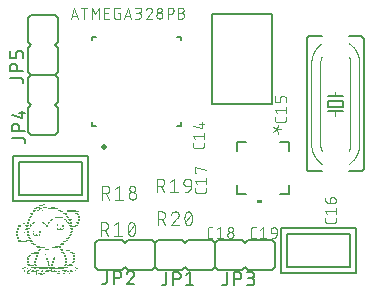
<source format=gbr>
G04 EAGLE Gerber RS-274X export*
G75*
%MOMM*%
%FSLAX34Y34*%
%LPD*%
%INSilkscreen Top*%
%IPPOS*%
%AMOC8*
5,1,8,0,0,1.08239X$1,22.5*%
G01*
%ADD10R,0.083819X0.084581*%
%ADD11R,0.254000X0.084581*%
%ADD12R,0.170181X0.084581*%
%ADD13R,0.086363X0.084581*%
%ADD14R,0.167637X0.084581*%
%ADD15R,0.170181X0.084838*%
%ADD16R,0.083819X0.084838*%
%ADD17R,0.167637X0.084838*%
%ADD18R,0.086363X0.084838*%
%ADD19R,0.508000X0.084581*%
%ADD20R,0.421637X0.084581*%
%ADD21R,0.591819X0.084581*%
%ADD22R,0.340363X0.084838*%
%ADD23R,0.762000X0.084581*%
%ADD24R,1.270000X0.084581*%
%ADD25R,1.948181X0.084581*%
%ADD26R,0.845819X0.084581*%
%ADD27R,0.762000X0.084838*%
%ADD28R,0.421637X0.084838*%
%ADD29R,0.678181X0.084838*%
%ADD30R,0.254000X0.084838*%
%ADD31R,0.424181X0.084581*%
%ADD32R,0.594363X0.084581*%
%ADD33R,0.932181X0.084838*%
%ADD34R,1.437638X0.084838*%
%ADD35R,0.337819X0.084838*%
%ADD36R,0.337819X0.084581*%
%ADD37R,0.424181X0.084838*%
%ADD38R,0.340363X0.084581*%
%ADD39R,0.508000X0.084838*%
%ADD40R,0.675638X0.084838*%
%ADD41R,0.594363X0.084838*%
%ADD42R,0.678181X0.084581*%
%ADD43R,0.932181X0.084581*%
%ADD44C,0.150000*%
%ADD45C,0.500000*%
%ADD46C,0.076200*%
%ADD47C,0.152400*%
%ADD48C,0.127000*%
%ADD49C,0.050800*%
%ADD50C,0.101600*%

G36*
X214957Y69330D02*
X214957Y69330D01*
X214959Y69329D01*
X215002Y69349D01*
X215046Y69367D01*
X215046Y69369D01*
X215048Y69370D01*
X215081Y69455D01*
X215081Y71995D01*
X215080Y71997D01*
X215081Y71999D01*
X215061Y72042D01*
X215043Y72086D01*
X215041Y72086D01*
X215040Y72088D01*
X214955Y72121D01*
X211145Y72121D01*
X211143Y72120D01*
X211141Y72121D01*
X211098Y72101D01*
X211054Y72083D01*
X211054Y72081D01*
X211052Y72080D01*
X211019Y71995D01*
X211019Y69455D01*
X211020Y69453D01*
X211019Y69451D01*
X211039Y69408D01*
X211057Y69364D01*
X211059Y69364D01*
X211060Y69362D01*
X211145Y69329D01*
X214955Y69329D01*
X214957Y69330D01*
G37*
D10*
X25395Y8467D03*
D11*
X29624Y8467D03*
X18626Y9312D03*
D10*
X24557Y9312D03*
D12*
X26665Y9312D03*
D13*
X28786Y9312D03*
X31326Y9312D03*
D11*
X44026Y9312D03*
D14*
X47836Y9312D03*
D10*
X53335Y9312D03*
D15*
X15667Y10160D03*
D16*
X17775Y10160D03*
D17*
X19896Y10160D03*
D16*
X24557Y10160D03*
D15*
X28367Y10160D03*
X31745Y10160D03*
X41905Y10160D03*
D17*
X45296Y10160D03*
D18*
X49106Y10160D03*
D15*
X52065Y10160D03*
D18*
X54186Y10160D03*
D15*
X57145Y10160D03*
D10*
X15235Y11007D03*
D14*
X17356Y11007D03*
D19*
X22436Y11007D03*
D12*
X29205Y11007D03*
D20*
X33866Y11007D03*
D19*
X39378Y11007D03*
D13*
X44026Y11007D03*
D12*
X48687Y11007D03*
X51227Y11007D03*
D11*
X55024Y11007D03*
D10*
X15235Y11852D03*
D12*
X18207Y11852D03*
X21585Y11852D03*
D11*
X25408Y11852D03*
D10*
X29637Y11852D03*
D21*
X34717Y11852D03*
D10*
X40635Y11852D03*
D12*
X46985Y11852D03*
D11*
X49944Y11852D03*
D12*
X53767Y11852D03*
D10*
X57577Y11852D03*
D18*
X13546Y12700D03*
D15*
X15667Y12700D03*
D16*
X19477Y12700D03*
D17*
X22436Y12700D03*
D16*
X37257Y12700D03*
D15*
X49525Y12700D03*
D22*
X57996Y12700D03*
D13*
X13546Y13547D03*
D10*
X17775Y13547D03*
D12*
X23287Y13547D03*
D23*
X30488Y13547D03*
D24*
X42324Y13547D03*
D13*
X59266Y13547D03*
D14*
X14816Y14392D03*
D25*
X30475Y14392D03*
D26*
X46985Y14392D03*
D10*
X58415Y14392D03*
D15*
X16505Y15240D03*
D27*
X22868Y15240D03*
D28*
X36406Y15240D03*
D29*
X49525Y15240D03*
D30*
X56726Y15240D03*
D31*
X19477Y16087D03*
D12*
X24125Y16087D03*
D14*
X35136Y16087D03*
X37676Y16087D03*
D12*
X48687Y16087D03*
D31*
X53335Y16087D03*
D11*
X18626Y16932D03*
D12*
X23287Y16932D03*
D10*
X34717Y16932D03*
D14*
X37676Y16932D03*
D12*
X49525Y16932D03*
D11*
X54186Y16932D03*
D15*
X18207Y17780D03*
X23287Y17780D03*
D16*
X34717Y17780D03*
D15*
X38527Y17780D03*
X49525Y17780D03*
D30*
X55024Y17780D03*
D14*
X17356Y18627D03*
D12*
X23287Y18627D03*
D10*
X34717Y18627D03*
D12*
X38527Y18627D03*
X49525Y18627D03*
D14*
X55456Y18627D03*
X17356Y19472D03*
D12*
X23287Y19472D03*
X34285Y19472D03*
X38527Y19472D03*
X49525Y19472D03*
X56307Y19472D03*
D17*
X17356Y20320D03*
D15*
X23287Y20320D03*
D18*
X33866Y20320D03*
X38946Y20320D03*
D15*
X49525Y20320D03*
X56307Y20320D03*
D14*
X17356Y21167D03*
D12*
X24125Y21167D03*
D13*
X33866Y21167D03*
D12*
X39365Y21167D03*
X49525Y21167D03*
D13*
X56726Y21167D03*
D14*
X17356Y22012D03*
D12*
X24125Y22012D03*
D13*
X33866Y22012D03*
D12*
X39365Y22012D03*
X49525Y22012D03*
D13*
X56726Y22012D03*
D16*
X17775Y22860D03*
D30*
X24544Y22860D03*
D18*
X33866Y22860D03*
D16*
X39797Y22860D03*
D15*
X49525Y22860D03*
X57145Y22860D03*
D12*
X18207Y23707D03*
D14*
X24976Y23707D03*
D12*
X48687Y23707D03*
D13*
X56726Y23707D03*
D12*
X19045Y24552D03*
D14*
X24976Y24552D03*
D12*
X48687Y24552D03*
D13*
X56726Y24552D03*
D30*
X20328Y25400D03*
D15*
X25827Y25400D03*
D16*
X33015Y25400D03*
D17*
X47836Y25400D03*
D15*
X56307Y25400D03*
D32*
X23706Y26247D03*
D14*
X47836Y26247D03*
D11*
X55888Y26247D03*
D13*
X23706Y27092D03*
D11*
X26246Y27092D03*
X47404Y27092D03*
X55024Y27092D03*
D15*
X26665Y27940D03*
D33*
X50795Y27940D03*
D12*
X26665Y28787D03*
X46147Y28787D03*
D20*
X51646Y28787D03*
D14*
X27516Y29632D03*
D20*
X33866Y29632D03*
D11*
X45728Y29632D03*
D34*
X33866Y30480D03*
D17*
X45296Y30480D03*
D32*
X28786Y31327D03*
D21*
X39797Y31327D03*
D12*
X44445Y31327D03*
D20*
X26246Y32172D03*
D19*
X42756Y32172D03*
D35*
X24125Y33020D03*
X44445Y33020D03*
D11*
X22868Y33867D03*
D36*
X46147Y33867D03*
D11*
X22004Y34712D03*
X47404Y34712D03*
D28*
X13546Y35560D03*
D30*
X21166Y35560D03*
X48268Y35560D03*
D23*
X13546Y36407D03*
D11*
X20328Y36407D03*
X49106Y36407D03*
X10168Y37252D03*
D19*
X18194Y37252D03*
D14*
X50376Y37252D03*
D17*
X9736Y38100D03*
D30*
X18626Y38100D03*
D15*
X51227Y38100D03*
D12*
X8885Y38947D03*
X19045Y38947D03*
D11*
X51646Y38947D03*
D12*
X8885Y39792D03*
X18207Y39792D03*
X52065Y39792D03*
D15*
X8047Y40640D03*
X18207Y40640D03*
D37*
X25395Y40640D03*
D17*
X52916Y40640D03*
D12*
X8047Y41487D03*
D11*
X17788Y41487D03*
D36*
X24125Y41487D03*
D10*
X27097Y41487D03*
D14*
X52916Y41487D03*
D12*
X8047Y42332D03*
D14*
X17356Y42332D03*
D10*
X22855Y42332D03*
X25395Y42332D03*
X27935Y42332D03*
D12*
X53767Y42332D03*
D15*
X8047Y43180D03*
D17*
X17356Y43180D03*
D16*
X22855Y43180D03*
D30*
X27084Y43180D03*
D15*
X53767Y43180D03*
D12*
X8047Y44027D03*
D10*
X14397Y44027D03*
D14*
X17356Y44027D03*
X27516Y44027D03*
D13*
X54186Y44027D03*
D12*
X8047Y44872D03*
D14*
X17356Y44872D03*
D10*
X22855Y44872D03*
D14*
X27516Y44872D03*
D12*
X54605Y44872D03*
D18*
X8466Y45720D03*
D30*
X16924Y45720D03*
D18*
X23706Y45720D03*
D15*
X26665Y45720D03*
D37*
X44877Y45720D03*
D15*
X54605Y45720D03*
D12*
X8885Y46567D03*
D11*
X16924Y46567D03*
D36*
X43607Y46567D03*
D13*
X46566Y46567D03*
D12*
X54605Y46567D03*
X8885Y47412D03*
D38*
X17356Y47412D03*
D10*
X42337Y47412D03*
X44877Y47412D03*
X47417Y47412D03*
D11*
X55024Y47412D03*
D17*
X9736Y48260D03*
D15*
X16505Y48260D03*
D18*
X18626Y48260D03*
X41486Y48260D03*
D30*
X46566Y48260D03*
D39*
X55456Y48260D03*
D11*
X10168Y49107D03*
D12*
X16505Y49107D03*
D10*
X19477Y49107D03*
D13*
X33866Y49107D03*
D12*
X46985Y49107D03*
D21*
X55875Y49107D03*
D11*
X11006Y49952D03*
D36*
X16505Y49952D03*
D14*
X19896Y49952D03*
D12*
X33447Y49952D03*
D10*
X42337Y49952D03*
D12*
X46985Y49952D03*
D11*
X53348Y49952D03*
X58428Y49952D03*
D40*
X14816Y50800D03*
D16*
X20315Y50800D03*
X32177Y50800D03*
D18*
X33866Y50800D03*
D16*
X43175Y50800D03*
D15*
X46147Y50800D03*
D30*
X53348Y50800D03*
X59266Y50800D03*
D12*
X13965Y51647D03*
D14*
X17356Y51647D03*
D12*
X21585Y51647D03*
D13*
X31326Y51647D03*
D10*
X34717Y51647D03*
D38*
X52916Y51647D03*
D12*
X59685Y51647D03*
D14*
X17356Y52492D03*
X22436Y52492D03*
X30056Y52492D03*
X35136Y52492D03*
D13*
X51646Y52492D03*
D12*
X53767Y52492D03*
D11*
X60104Y52492D03*
D30*
X17788Y53340D03*
D41*
X26246Y53340D03*
D15*
X35987Y53340D03*
D16*
X50795Y53340D03*
D17*
X52916Y53340D03*
X60536Y53340D03*
D12*
X18207Y54187D03*
X36825Y54187D03*
D10*
X49957Y54187D03*
D14*
X52916Y54187D03*
X60536Y54187D03*
D12*
X18207Y55032D03*
D14*
X37676Y55032D03*
D12*
X48687Y55032D03*
X52065Y55032D03*
D13*
X54186Y55032D03*
D14*
X60536Y55032D03*
D15*
X19045Y55880D03*
X39365Y55880D03*
D17*
X47836Y55880D03*
D15*
X52065Y55880D03*
D17*
X60536Y55880D03*
D12*
X19045Y56727D03*
D42*
X43607Y56727D03*
D12*
X51227Y56727D03*
D14*
X60536Y56727D03*
X19896Y57572D03*
X50376Y57572D03*
X60536Y57572D03*
D17*
X19896Y58420D03*
D30*
X49944Y58420D03*
X60104Y58420D03*
D12*
X20747Y59267D03*
X49525Y59267D03*
X59685Y59267D03*
D11*
X21166Y60112D03*
D20*
X49106Y60112D03*
D11*
X59266Y60112D03*
D15*
X21585Y60960D03*
D30*
X47404Y60960D03*
X50808Y60960D03*
X58428Y60960D03*
D14*
X22436Y61807D03*
D11*
X46566Y61807D03*
D43*
X55037Y61807D03*
D11*
X22868Y62652D03*
D13*
X26246Y62652D03*
D10*
X30475Y62652D03*
D11*
X44864Y62652D03*
D23*
X55024Y62652D03*
D30*
X23706Y63500D03*
D16*
X27097Y63500D03*
D30*
X33028Y63500D03*
D35*
X43607Y63500D03*
D30*
X55024Y63500D03*
D11*
X24544Y64347D03*
X28786Y64347D03*
D26*
X38527Y64347D03*
D20*
X26246Y65192D03*
D36*
X31745Y65192D03*
X38527Y65192D03*
D22*
X27516Y66040D03*
D39*
X35136Y66040D03*
D20*
X28786Y66887D03*
D12*
X30907Y67732D03*
D44*
X71800Y135300D02*
X71800Y138300D01*
X71800Y207300D02*
X71800Y210300D01*
X143800Y210300D02*
X146800Y210300D01*
X74800Y210300D02*
X71800Y210300D01*
X146800Y138300D02*
X146800Y135300D01*
X146800Y207300D02*
X146800Y210300D01*
X146800Y135300D02*
X143800Y135300D01*
X74800Y135300D02*
X71800Y135300D01*
D45*
X81300Y117300D03*
D46*
X53542Y225810D02*
X56621Y235048D01*
X59701Y225810D01*
X58931Y228119D02*
X54312Y228119D01*
X65021Y225810D02*
X65021Y235048D01*
X62455Y235048D02*
X67587Y235048D01*
X71242Y235048D02*
X71242Y225810D01*
X74321Y229916D02*
X71242Y235048D01*
X74321Y229916D02*
X77400Y235048D01*
X77400Y225810D01*
X81972Y225810D02*
X86078Y225810D01*
X81972Y225810D02*
X81972Y235048D01*
X86078Y235048D01*
X85052Y230942D02*
X81972Y230942D01*
X93347Y230942D02*
X94887Y230942D01*
X94887Y225810D01*
X91808Y225810D01*
X91718Y225812D01*
X91629Y225818D01*
X91540Y225828D01*
X91452Y225841D01*
X91364Y225859D01*
X91277Y225880D01*
X91191Y225905D01*
X91106Y225934D01*
X91022Y225966D01*
X90940Y226002D01*
X90860Y226042D01*
X90782Y226085D01*
X90705Y226132D01*
X90630Y226181D01*
X90558Y226234D01*
X90488Y226290D01*
X90421Y226349D01*
X90356Y226411D01*
X90294Y226476D01*
X90235Y226543D01*
X90179Y226613D01*
X90126Y226685D01*
X90077Y226760D01*
X90030Y226837D01*
X89987Y226915D01*
X89947Y226995D01*
X89911Y227077D01*
X89879Y227161D01*
X89850Y227246D01*
X89825Y227332D01*
X89804Y227419D01*
X89786Y227507D01*
X89773Y227595D01*
X89763Y227684D01*
X89757Y227773D01*
X89755Y227863D01*
X89755Y232995D01*
X89757Y233085D01*
X89763Y233174D01*
X89773Y233263D01*
X89786Y233351D01*
X89804Y233439D01*
X89825Y233526D01*
X89850Y233612D01*
X89879Y233697D01*
X89911Y233781D01*
X89947Y233863D01*
X89987Y233943D01*
X90030Y234021D01*
X90077Y234098D01*
X90126Y234173D01*
X90179Y234245D01*
X90235Y234315D01*
X90294Y234382D01*
X90356Y234447D01*
X90421Y234509D01*
X90488Y234568D01*
X90558Y234624D01*
X90630Y234677D01*
X90705Y234726D01*
X90781Y234773D01*
X90860Y234816D01*
X90940Y234856D01*
X91022Y234892D01*
X91106Y234924D01*
X91191Y234953D01*
X91277Y234978D01*
X91364Y234999D01*
X91451Y235017D01*
X91540Y235030D01*
X91629Y235040D01*
X91718Y235046D01*
X91808Y235048D01*
X94887Y235048D01*
X101621Y235048D02*
X98542Y225810D01*
X104700Y225810D02*
X101621Y235048D01*
X103931Y228119D02*
X99312Y228119D01*
X108055Y225810D02*
X110621Y225810D01*
X110720Y225812D01*
X110820Y225818D01*
X110919Y225827D01*
X111017Y225841D01*
X111115Y225858D01*
X111213Y225879D01*
X111309Y225904D01*
X111404Y225933D01*
X111499Y225965D01*
X111591Y226001D01*
X111683Y226040D01*
X111773Y226083D01*
X111861Y226129D01*
X111947Y226179D01*
X112031Y226232D01*
X112113Y226288D01*
X112193Y226348D01*
X112270Y226410D01*
X112345Y226476D01*
X112418Y226544D01*
X112487Y226615D01*
X112554Y226689D01*
X112618Y226765D01*
X112679Y226844D01*
X112737Y226925D01*
X112792Y227008D01*
X112843Y227093D01*
X112891Y227180D01*
X112936Y227269D01*
X112977Y227360D01*
X113015Y227452D01*
X113049Y227545D01*
X113079Y227640D01*
X113106Y227736D01*
X113129Y227833D01*
X113148Y227930D01*
X113163Y228029D01*
X113175Y228128D01*
X113183Y228227D01*
X113187Y228326D01*
X113187Y228426D01*
X113183Y228525D01*
X113175Y228624D01*
X113163Y228723D01*
X113148Y228822D01*
X113129Y228919D01*
X113106Y229016D01*
X113079Y229112D01*
X113049Y229207D01*
X113015Y229300D01*
X112977Y229392D01*
X112936Y229483D01*
X112891Y229572D01*
X112843Y229659D01*
X112792Y229744D01*
X112737Y229827D01*
X112679Y229908D01*
X112618Y229987D01*
X112554Y230063D01*
X112487Y230137D01*
X112418Y230208D01*
X112345Y230276D01*
X112270Y230342D01*
X112193Y230404D01*
X112113Y230464D01*
X112031Y230520D01*
X111947Y230573D01*
X111861Y230623D01*
X111773Y230669D01*
X111683Y230712D01*
X111591Y230751D01*
X111499Y230787D01*
X111404Y230819D01*
X111309Y230848D01*
X111213Y230873D01*
X111115Y230894D01*
X111017Y230911D01*
X110919Y230925D01*
X110820Y230934D01*
X110720Y230940D01*
X110621Y230942D01*
X111134Y235048D02*
X108055Y235048D01*
X111134Y235048D02*
X111224Y235046D01*
X111313Y235040D01*
X111402Y235030D01*
X111490Y235017D01*
X111578Y234999D01*
X111665Y234978D01*
X111751Y234953D01*
X111836Y234924D01*
X111920Y234892D01*
X112002Y234856D01*
X112082Y234816D01*
X112161Y234773D01*
X112237Y234726D01*
X112312Y234677D01*
X112384Y234624D01*
X112454Y234568D01*
X112521Y234509D01*
X112586Y234447D01*
X112648Y234382D01*
X112707Y234315D01*
X112763Y234245D01*
X112816Y234173D01*
X112865Y234098D01*
X112912Y234022D01*
X112955Y233943D01*
X112995Y233863D01*
X113031Y233781D01*
X113063Y233697D01*
X113092Y233612D01*
X113117Y233526D01*
X113138Y233439D01*
X113156Y233351D01*
X113169Y233263D01*
X113179Y233174D01*
X113185Y233085D01*
X113187Y232995D01*
X113185Y232905D01*
X113179Y232816D01*
X113169Y232727D01*
X113156Y232639D01*
X113138Y232551D01*
X113117Y232464D01*
X113092Y232378D01*
X113063Y232293D01*
X113031Y232209D01*
X112995Y232127D01*
X112955Y232047D01*
X112912Y231969D01*
X112865Y231892D01*
X112816Y231817D01*
X112763Y231745D01*
X112707Y231675D01*
X112648Y231608D01*
X112586Y231543D01*
X112521Y231481D01*
X112454Y231422D01*
X112384Y231366D01*
X112312Y231313D01*
X112237Y231264D01*
X112161Y231217D01*
X112082Y231174D01*
X112002Y231134D01*
X111920Y231098D01*
X111836Y231066D01*
X111751Y231037D01*
X111665Y231012D01*
X111578Y230991D01*
X111490Y230973D01*
X111402Y230960D01*
X111313Y230950D01*
X111224Y230944D01*
X111134Y230942D01*
X109081Y230942D01*
X119878Y235048D02*
X119971Y235046D01*
X120064Y235041D01*
X120156Y235031D01*
X120249Y235018D01*
X120340Y235001D01*
X120431Y234981D01*
X120521Y234957D01*
X120610Y234929D01*
X120697Y234898D01*
X120783Y234863D01*
X120868Y234825D01*
X120952Y234783D01*
X121033Y234739D01*
X121113Y234690D01*
X121190Y234639D01*
X121266Y234585D01*
X121339Y234527D01*
X121410Y234467D01*
X121478Y234404D01*
X121544Y234338D01*
X121607Y234270D01*
X121667Y234199D01*
X121725Y234126D01*
X121779Y234050D01*
X121830Y233973D01*
X121879Y233893D01*
X121923Y233812D01*
X121965Y233728D01*
X122003Y233643D01*
X122038Y233557D01*
X122069Y233470D01*
X122097Y233381D01*
X122121Y233291D01*
X122141Y233200D01*
X122158Y233109D01*
X122171Y233016D01*
X122181Y232924D01*
X122186Y232831D01*
X122188Y232738D01*
X119878Y235048D02*
X119771Y235046D01*
X119665Y235040D01*
X119559Y235031D01*
X119453Y235017D01*
X119348Y235000D01*
X119243Y234979D01*
X119140Y234955D01*
X119037Y234926D01*
X118935Y234894D01*
X118835Y234859D01*
X118736Y234819D01*
X118638Y234776D01*
X118542Y234730D01*
X118448Y234680D01*
X118355Y234627D01*
X118265Y234571D01*
X118176Y234511D01*
X118090Y234449D01*
X118006Y234383D01*
X117925Y234314D01*
X117846Y234243D01*
X117769Y234168D01*
X117696Y234091D01*
X117625Y234012D01*
X117557Y233929D01*
X117492Y233845D01*
X117430Y233758D01*
X117372Y233669D01*
X117316Y233578D01*
X117264Y233485D01*
X117215Y233390D01*
X117170Y233294D01*
X117128Y233195D01*
X117090Y233096D01*
X117055Y232995D01*
X121418Y230941D02*
X121486Y231009D01*
X121551Y231079D01*
X121614Y231151D01*
X121674Y231226D01*
X121731Y231303D01*
X121784Y231382D01*
X121835Y231463D01*
X121883Y231546D01*
X121927Y231630D01*
X121968Y231717D01*
X122006Y231805D01*
X122040Y231894D01*
X122071Y231985D01*
X122098Y232076D01*
X122122Y232169D01*
X122142Y232263D01*
X122159Y232357D01*
X122171Y232452D01*
X122181Y232547D01*
X122186Y232642D01*
X122188Y232738D01*
X121417Y230942D02*
X117055Y225810D01*
X122187Y225810D01*
X126055Y228376D02*
X126057Y228475D01*
X126063Y228575D01*
X126072Y228674D01*
X126086Y228772D01*
X126103Y228870D01*
X126124Y228968D01*
X126149Y229064D01*
X126178Y229159D01*
X126210Y229254D01*
X126246Y229346D01*
X126285Y229438D01*
X126328Y229528D01*
X126374Y229616D01*
X126424Y229702D01*
X126477Y229786D01*
X126533Y229868D01*
X126593Y229948D01*
X126655Y230025D01*
X126721Y230100D01*
X126789Y230173D01*
X126860Y230242D01*
X126934Y230309D01*
X127010Y230373D01*
X127089Y230434D01*
X127170Y230492D01*
X127253Y230547D01*
X127338Y230598D01*
X127425Y230646D01*
X127514Y230691D01*
X127605Y230732D01*
X127697Y230770D01*
X127790Y230804D01*
X127885Y230834D01*
X127981Y230861D01*
X128078Y230884D01*
X128175Y230903D01*
X128274Y230918D01*
X128373Y230930D01*
X128472Y230938D01*
X128571Y230942D01*
X128671Y230942D01*
X128770Y230938D01*
X128869Y230930D01*
X128968Y230918D01*
X129067Y230903D01*
X129164Y230884D01*
X129261Y230861D01*
X129357Y230834D01*
X129452Y230804D01*
X129545Y230770D01*
X129637Y230732D01*
X129728Y230691D01*
X129817Y230646D01*
X129904Y230598D01*
X129989Y230547D01*
X130072Y230492D01*
X130153Y230434D01*
X130232Y230373D01*
X130308Y230309D01*
X130382Y230242D01*
X130453Y230173D01*
X130521Y230100D01*
X130587Y230025D01*
X130649Y229948D01*
X130709Y229868D01*
X130765Y229786D01*
X130818Y229702D01*
X130868Y229616D01*
X130914Y229528D01*
X130957Y229438D01*
X130996Y229346D01*
X131032Y229254D01*
X131064Y229159D01*
X131093Y229064D01*
X131118Y228968D01*
X131139Y228870D01*
X131156Y228772D01*
X131170Y228674D01*
X131179Y228575D01*
X131185Y228475D01*
X131187Y228376D01*
X131185Y228277D01*
X131179Y228177D01*
X131170Y228078D01*
X131156Y227980D01*
X131139Y227882D01*
X131118Y227784D01*
X131093Y227688D01*
X131064Y227593D01*
X131032Y227498D01*
X130996Y227406D01*
X130957Y227314D01*
X130914Y227224D01*
X130868Y227136D01*
X130818Y227050D01*
X130765Y226966D01*
X130709Y226884D01*
X130649Y226804D01*
X130587Y226727D01*
X130521Y226652D01*
X130453Y226579D01*
X130382Y226510D01*
X130308Y226443D01*
X130232Y226379D01*
X130153Y226318D01*
X130072Y226260D01*
X129989Y226205D01*
X129904Y226154D01*
X129817Y226106D01*
X129728Y226061D01*
X129637Y226020D01*
X129545Y225982D01*
X129452Y225948D01*
X129357Y225918D01*
X129261Y225891D01*
X129164Y225868D01*
X129067Y225849D01*
X128968Y225834D01*
X128869Y225822D01*
X128770Y225814D01*
X128671Y225810D01*
X128571Y225810D01*
X128472Y225814D01*
X128373Y225822D01*
X128274Y225834D01*
X128175Y225849D01*
X128078Y225868D01*
X127981Y225891D01*
X127885Y225918D01*
X127790Y225948D01*
X127697Y225982D01*
X127605Y226020D01*
X127514Y226061D01*
X127425Y226106D01*
X127338Y226154D01*
X127253Y226205D01*
X127170Y226260D01*
X127089Y226318D01*
X127010Y226379D01*
X126934Y226443D01*
X126860Y226510D01*
X126789Y226579D01*
X126721Y226652D01*
X126655Y226727D01*
X126593Y226804D01*
X126533Y226884D01*
X126477Y226966D01*
X126424Y227050D01*
X126374Y227136D01*
X126328Y227224D01*
X126285Y227314D01*
X126246Y227406D01*
X126210Y227498D01*
X126178Y227593D01*
X126149Y227688D01*
X126124Y227784D01*
X126103Y227882D01*
X126086Y227980D01*
X126072Y228078D01*
X126063Y228177D01*
X126057Y228277D01*
X126055Y228376D01*
X126568Y232995D02*
X126570Y233085D01*
X126576Y233174D01*
X126586Y233263D01*
X126599Y233351D01*
X126617Y233439D01*
X126638Y233526D01*
X126663Y233612D01*
X126692Y233697D01*
X126724Y233781D01*
X126760Y233863D01*
X126800Y233943D01*
X126843Y234022D01*
X126890Y234098D01*
X126939Y234173D01*
X126992Y234245D01*
X127048Y234315D01*
X127107Y234382D01*
X127169Y234447D01*
X127234Y234509D01*
X127301Y234568D01*
X127371Y234624D01*
X127443Y234677D01*
X127518Y234726D01*
X127595Y234773D01*
X127673Y234816D01*
X127753Y234856D01*
X127835Y234892D01*
X127919Y234924D01*
X128004Y234953D01*
X128090Y234978D01*
X128177Y234999D01*
X128265Y235017D01*
X128353Y235030D01*
X128442Y235040D01*
X128531Y235046D01*
X128621Y235048D01*
X128711Y235046D01*
X128800Y235040D01*
X128889Y235030D01*
X128977Y235017D01*
X129065Y234999D01*
X129152Y234978D01*
X129238Y234953D01*
X129323Y234924D01*
X129407Y234892D01*
X129489Y234856D01*
X129569Y234816D01*
X129648Y234773D01*
X129724Y234726D01*
X129799Y234677D01*
X129871Y234624D01*
X129941Y234568D01*
X130008Y234509D01*
X130073Y234447D01*
X130135Y234382D01*
X130194Y234315D01*
X130250Y234245D01*
X130303Y234173D01*
X130352Y234098D01*
X130399Y234022D01*
X130442Y233943D01*
X130482Y233863D01*
X130518Y233781D01*
X130550Y233697D01*
X130579Y233612D01*
X130604Y233526D01*
X130625Y233439D01*
X130643Y233351D01*
X130656Y233263D01*
X130666Y233174D01*
X130672Y233085D01*
X130674Y232995D01*
X130672Y232905D01*
X130666Y232816D01*
X130656Y232727D01*
X130643Y232639D01*
X130625Y232551D01*
X130604Y232464D01*
X130579Y232378D01*
X130550Y232293D01*
X130518Y232209D01*
X130482Y232127D01*
X130442Y232047D01*
X130399Y231969D01*
X130352Y231892D01*
X130303Y231817D01*
X130250Y231745D01*
X130194Y231675D01*
X130135Y231608D01*
X130073Y231543D01*
X130008Y231481D01*
X129941Y231422D01*
X129871Y231366D01*
X129799Y231313D01*
X129724Y231264D01*
X129648Y231217D01*
X129569Y231174D01*
X129489Y231134D01*
X129407Y231098D01*
X129323Y231066D01*
X129238Y231037D01*
X129152Y231012D01*
X129065Y230991D01*
X128977Y230973D01*
X128889Y230960D01*
X128800Y230950D01*
X128711Y230944D01*
X128621Y230942D01*
X128531Y230944D01*
X128442Y230950D01*
X128353Y230960D01*
X128265Y230973D01*
X128177Y230991D01*
X128090Y231012D01*
X128004Y231037D01*
X127919Y231066D01*
X127835Y231098D01*
X127753Y231134D01*
X127673Y231174D01*
X127595Y231217D01*
X127518Y231264D01*
X127443Y231313D01*
X127371Y231366D01*
X127301Y231422D01*
X127234Y231481D01*
X127169Y231543D01*
X127107Y231608D01*
X127048Y231675D01*
X126992Y231745D01*
X126939Y231817D01*
X126890Y231892D01*
X126843Y231969D01*
X126800Y232047D01*
X126760Y232127D01*
X126724Y232209D01*
X126692Y232293D01*
X126663Y232378D01*
X126638Y232464D01*
X126617Y232551D01*
X126599Y232639D01*
X126586Y232727D01*
X126576Y232816D01*
X126570Y232905D01*
X126568Y232995D01*
X135485Y235048D02*
X135485Y225810D01*
X135485Y235048D02*
X138051Y235048D01*
X138150Y235046D01*
X138250Y235040D01*
X138349Y235031D01*
X138447Y235017D01*
X138545Y235000D01*
X138643Y234979D01*
X138739Y234954D01*
X138834Y234925D01*
X138929Y234893D01*
X139021Y234857D01*
X139113Y234818D01*
X139203Y234775D01*
X139291Y234729D01*
X139377Y234679D01*
X139461Y234626D01*
X139543Y234570D01*
X139623Y234510D01*
X139700Y234448D01*
X139775Y234382D01*
X139848Y234314D01*
X139917Y234243D01*
X139984Y234169D01*
X140048Y234093D01*
X140109Y234014D01*
X140167Y233933D01*
X140222Y233850D01*
X140273Y233765D01*
X140321Y233678D01*
X140366Y233589D01*
X140407Y233498D01*
X140445Y233406D01*
X140479Y233313D01*
X140509Y233218D01*
X140536Y233122D01*
X140559Y233025D01*
X140578Y232928D01*
X140593Y232829D01*
X140605Y232730D01*
X140613Y232631D01*
X140617Y232532D01*
X140617Y232432D01*
X140613Y232333D01*
X140605Y232234D01*
X140593Y232135D01*
X140578Y232036D01*
X140559Y231939D01*
X140536Y231842D01*
X140509Y231746D01*
X140479Y231651D01*
X140445Y231558D01*
X140407Y231466D01*
X140366Y231375D01*
X140321Y231286D01*
X140273Y231199D01*
X140222Y231114D01*
X140167Y231031D01*
X140109Y230950D01*
X140048Y230871D01*
X139984Y230795D01*
X139917Y230721D01*
X139848Y230650D01*
X139775Y230582D01*
X139700Y230516D01*
X139623Y230454D01*
X139543Y230394D01*
X139461Y230338D01*
X139377Y230285D01*
X139291Y230235D01*
X139203Y230189D01*
X139113Y230146D01*
X139021Y230107D01*
X138929Y230071D01*
X138834Y230039D01*
X138739Y230010D01*
X138643Y229985D01*
X138545Y229964D01*
X138447Y229947D01*
X138349Y229933D01*
X138250Y229924D01*
X138150Y229918D01*
X138051Y229916D01*
X135485Y229916D01*
X144485Y230942D02*
X147051Y230942D01*
X147150Y230940D01*
X147250Y230934D01*
X147349Y230925D01*
X147447Y230911D01*
X147545Y230894D01*
X147643Y230873D01*
X147739Y230848D01*
X147834Y230819D01*
X147929Y230787D01*
X148021Y230751D01*
X148113Y230712D01*
X148203Y230669D01*
X148291Y230623D01*
X148377Y230573D01*
X148461Y230520D01*
X148543Y230464D01*
X148623Y230404D01*
X148700Y230342D01*
X148775Y230276D01*
X148848Y230208D01*
X148917Y230137D01*
X148984Y230063D01*
X149048Y229987D01*
X149109Y229908D01*
X149167Y229827D01*
X149222Y229744D01*
X149273Y229659D01*
X149321Y229572D01*
X149366Y229483D01*
X149407Y229392D01*
X149445Y229300D01*
X149479Y229207D01*
X149509Y229112D01*
X149536Y229016D01*
X149559Y228919D01*
X149578Y228822D01*
X149593Y228723D01*
X149605Y228624D01*
X149613Y228525D01*
X149617Y228426D01*
X149617Y228326D01*
X149613Y228227D01*
X149605Y228128D01*
X149593Y228029D01*
X149578Y227930D01*
X149559Y227833D01*
X149536Y227736D01*
X149509Y227640D01*
X149479Y227545D01*
X149445Y227452D01*
X149407Y227360D01*
X149366Y227269D01*
X149321Y227180D01*
X149273Y227093D01*
X149222Y227008D01*
X149167Y226925D01*
X149109Y226844D01*
X149048Y226765D01*
X148984Y226689D01*
X148917Y226615D01*
X148848Y226544D01*
X148775Y226476D01*
X148700Y226410D01*
X148623Y226348D01*
X148543Y226288D01*
X148461Y226232D01*
X148377Y226179D01*
X148291Y226129D01*
X148203Y226083D01*
X148113Y226040D01*
X148021Y226001D01*
X147929Y225965D01*
X147834Y225933D01*
X147739Y225904D01*
X147643Y225879D01*
X147545Y225858D01*
X147447Y225841D01*
X147349Y225827D01*
X147250Y225818D01*
X147150Y225812D01*
X147051Y225810D01*
X144485Y225810D01*
X144485Y235048D01*
X147051Y235048D01*
X147141Y235046D01*
X147230Y235040D01*
X147319Y235030D01*
X147407Y235017D01*
X147495Y234999D01*
X147582Y234978D01*
X147668Y234953D01*
X147753Y234924D01*
X147837Y234892D01*
X147919Y234856D01*
X147999Y234816D01*
X148078Y234773D01*
X148154Y234726D01*
X148229Y234677D01*
X148301Y234624D01*
X148371Y234568D01*
X148438Y234509D01*
X148503Y234447D01*
X148565Y234382D01*
X148624Y234315D01*
X148680Y234245D01*
X148733Y234173D01*
X148782Y234098D01*
X148829Y234022D01*
X148872Y233943D01*
X148912Y233863D01*
X148948Y233781D01*
X148980Y233697D01*
X149009Y233612D01*
X149034Y233526D01*
X149055Y233439D01*
X149073Y233351D01*
X149086Y233263D01*
X149096Y233174D01*
X149102Y233085D01*
X149104Y232995D01*
X149102Y232905D01*
X149096Y232816D01*
X149086Y232727D01*
X149073Y232639D01*
X149055Y232551D01*
X149034Y232464D01*
X149009Y232378D01*
X148980Y232293D01*
X148948Y232209D01*
X148912Y232127D01*
X148872Y232047D01*
X148829Y231969D01*
X148782Y231892D01*
X148733Y231817D01*
X148680Y231745D01*
X148624Y231675D01*
X148565Y231608D01*
X148503Y231543D01*
X148438Y231481D01*
X148371Y231422D01*
X148301Y231366D01*
X148229Y231313D01*
X148154Y231264D01*
X148078Y231217D01*
X147999Y231174D01*
X147919Y231134D01*
X147837Y231098D01*
X147753Y231066D01*
X147668Y231037D01*
X147582Y231012D01*
X147495Y230991D01*
X147407Y230973D01*
X147319Y230960D01*
X147230Y230950D01*
X147141Y230944D01*
X147051Y230942D01*
D47*
X194456Y121144D02*
X194456Y113778D01*
X194456Y77456D02*
X201822Y77456D01*
X238144Y77456D02*
X238144Y84822D01*
X238144Y121144D02*
X230778Y121144D01*
X201822Y121144D02*
X194456Y121144D01*
X194456Y84822D02*
X194456Y77456D01*
X230778Y77456D02*
X238144Y77456D01*
X238144Y113778D02*
X238144Y121144D01*
D46*
X231907Y132101D02*
X227928Y132101D01*
X224943Y129780D01*
X227928Y132101D02*
X224943Y134423D01*
X227928Y132101D02*
X229254Y128454D01*
X227928Y132101D02*
X229254Y135749D01*
X166369Y120185D02*
X166369Y118097D01*
X166367Y118008D01*
X166361Y117920D01*
X166352Y117832D01*
X166339Y117744D01*
X166322Y117657D01*
X166302Y117571D01*
X166277Y117486D01*
X166250Y117401D01*
X166218Y117318D01*
X166184Y117237D01*
X166145Y117157D01*
X166104Y117079D01*
X166059Y117002D01*
X166011Y116928D01*
X165960Y116855D01*
X165906Y116785D01*
X165848Y116718D01*
X165788Y116652D01*
X165726Y116590D01*
X165660Y116530D01*
X165593Y116472D01*
X165523Y116418D01*
X165450Y116367D01*
X165376Y116319D01*
X165299Y116274D01*
X165221Y116233D01*
X165141Y116194D01*
X165060Y116160D01*
X164977Y116128D01*
X164892Y116101D01*
X164807Y116076D01*
X164721Y116056D01*
X164634Y116039D01*
X164546Y116026D01*
X164458Y116017D01*
X164370Y116011D01*
X164281Y116009D01*
X164281Y116008D02*
X159059Y116008D01*
X158968Y116010D01*
X158877Y116016D01*
X158786Y116026D01*
X158696Y116040D01*
X158607Y116058D01*
X158518Y116079D01*
X158431Y116105D01*
X158345Y116134D01*
X158260Y116167D01*
X158176Y116204D01*
X158094Y116244D01*
X158015Y116288D01*
X157937Y116335D01*
X157861Y116386D01*
X157787Y116440D01*
X157716Y116497D01*
X157648Y116557D01*
X157582Y116620D01*
X157519Y116686D01*
X157459Y116754D01*
X157402Y116825D01*
X157348Y116899D01*
X157297Y116975D01*
X157250Y117052D01*
X157206Y117132D01*
X157166Y117214D01*
X157129Y117298D01*
X157096Y117382D01*
X157067Y117469D01*
X157041Y117556D01*
X157020Y117645D01*
X157002Y117734D01*
X156988Y117824D01*
X156978Y117915D01*
X156972Y118006D01*
X156970Y118097D01*
X156971Y118097D02*
X156971Y120185D01*
X159059Y123654D02*
X156971Y126265D01*
X166369Y126265D01*
X166369Y128875D02*
X166369Y123654D01*
X164281Y132798D02*
X156971Y134886D01*
X164281Y132798D02*
X164281Y138019D01*
X162192Y136453D02*
X166369Y136453D01*
X235704Y140162D02*
X235704Y142251D01*
X235703Y140162D02*
X235701Y140073D01*
X235695Y139985D01*
X235686Y139897D01*
X235673Y139809D01*
X235656Y139722D01*
X235636Y139636D01*
X235611Y139551D01*
X235584Y139466D01*
X235552Y139383D01*
X235518Y139302D01*
X235479Y139222D01*
X235438Y139144D01*
X235393Y139067D01*
X235345Y138993D01*
X235294Y138920D01*
X235240Y138850D01*
X235182Y138783D01*
X235122Y138717D01*
X235060Y138655D01*
X234994Y138595D01*
X234927Y138537D01*
X234857Y138483D01*
X234784Y138432D01*
X234710Y138384D01*
X234633Y138339D01*
X234555Y138298D01*
X234475Y138259D01*
X234394Y138225D01*
X234311Y138193D01*
X234226Y138166D01*
X234141Y138141D01*
X234055Y138121D01*
X233968Y138104D01*
X233880Y138091D01*
X233792Y138082D01*
X233704Y138076D01*
X233615Y138074D01*
X228394Y138074D01*
X228394Y138073D02*
X228303Y138075D01*
X228212Y138081D01*
X228121Y138091D01*
X228031Y138105D01*
X227942Y138123D01*
X227853Y138144D01*
X227766Y138170D01*
X227680Y138199D01*
X227595Y138232D01*
X227511Y138269D01*
X227429Y138309D01*
X227350Y138353D01*
X227272Y138400D01*
X227196Y138451D01*
X227122Y138505D01*
X227051Y138562D01*
X226983Y138622D01*
X226917Y138685D01*
X226854Y138751D01*
X226794Y138819D01*
X226737Y138890D01*
X226683Y138964D01*
X226632Y139040D01*
X226585Y139117D01*
X226541Y139197D01*
X226501Y139279D01*
X226464Y139363D01*
X226431Y139447D01*
X226402Y139534D01*
X226376Y139621D01*
X226355Y139710D01*
X226337Y139799D01*
X226323Y139889D01*
X226313Y139980D01*
X226307Y140071D01*
X226305Y140162D01*
X226306Y140162D02*
X226306Y142251D01*
X228394Y145719D02*
X226306Y148330D01*
X235704Y148330D01*
X235704Y150940D02*
X235704Y145719D01*
X235704Y154863D02*
X235704Y157996D01*
X235703Y157996D02*
X235701Y158085D01*
X235695Y158173D01*
X235686Y158261D01*
X235673Y158349D01*
X235656Y158436D01*
X235636Y158522D01*
X235611Y158607D01*
X235584Y158692D01*
X235552Y158775D01*
X235518Y158856D01*
X235479Y158936D01*
X235438Y159014D01*
X235393Y159091D01*
X235345Y159165D01*
X235294Y159238D01*
X235240Y159308D01*
X235182Y159375D01*
X235122Y159441D01*
X235060Y159503D01*
X234994Y159563D01*
X234927Y159621D01*
X234857Y159675D01*
X234784Y159726D01*
X234710Y159774D01*
X234633Y159819D01*
X234555Y159860D01*
X234475Y159899D01*
X234394Y159933D01*
X234311Y159965D01*
X234226Y159992D01*
X234141Y160017D01*
X234055Y160037D01*
X233968Y160054D01*
X233880Y160067D01*
X233792Y160076D01*
X233704Y160082D01*
X233615Y160084D01*
X232571Y160084D01*
X232482Y160082D01*
X232394Y160076D01*
X232306Y160067D01*
X232218Y160054D01*
X232131Y160037D01*
X232045Y160017D01*
X231960Y159992D01*
X231875Y159965D01*
X231792Y159933D01*
X231711Y159899D01*
X231631Y159860D01*
X231553Y159819D01*
X231476Y159774D01*
X231402Y159726D01*
X231329Y159675D01*
X231259Y159621D01*
X231192Y159563D01*
X231126Y159503D01*
X231064Y159441D01*
X231004Y159375D01*
X230946Y159308D01*
X230892Y159238D01*
X230841Y159165D01*
X230793Y159091D01*
X230748Y159014D01*
X230707Y158936D01*
X230668Y158856D01*
X230634Y158775D01*
X230602Y158692D01*
X230575Y158607D01*
X230550Y158522D01*
X230530Y158436D01*
X230513Y158349D01*
X230500Y158261D01*
X230491Y158173D01*
X230485Y158085D01*
X230483Y157996D01*
X230482Y157996D02*
X230482Y154863D01*
X226306Y154863D01*
X226306Y160084D01*
X278099Y56785D02*
X278099Y54697D01*
X278097Y54608D01*
X278091Y54520D01*
X278082Y54432D01*
X278069Y54344D01*
X278052Y54257D01*
X278032Y54171D01*
X278007Y54086D01*
X277980Y54001D01*
X277948Y53918D01*
X277914Y53837D01*
X277875Y53757D01*
X277834Y53679D01*
X277789Y53602D01*
X277741Y53528D01*
X277690Y53455D01*
X277636Y53385D01*
X277578Y53318D01*
X277518Y53252D01*
X277456Y53190D01*
X277390Y53130D01*
X277323Y53072D01*
X277253Y53018D01*
X277180Y52967D01*
X277106Y52919D01*
X277029Y52874D01*
X276951Y52833D01*
X276871Y52794D01*
X276790Y52760D01*
X276707Y52728D01*
X276622Y52701D01*
X276537Y52676D01*
X276451Y52656D01*
X276364Y52639D01*
X276276Y52626D01*
X276188Y52617D01*
X276100Y52611D01*
X276011Y52609D01*
X276011Y52608D02*
X270790Y52608D01*
X270699Y52610D01*
X270608Y52616D01*
X270517Y52626D01*
X270427Y52640D01*
X270338Y52658D01*
X270249Y52679D01*
X270162Y52705D01*
X270076Y52734D01*
X269991Y52767D01*
X269907Y52804D01*
X269825Y52844D01*
X269746Y52888D01*
X269668Y52935D01*
X269592Y52986D01*
X269518Y53040D01*
X269447Y53097D01*
X269379Y53157D01*
X269313Y53220D01*
X269250Y53286D01*
X269190Y53354D01*
X269133Y53425D01*
X269079Y53499D01*
X269028Y53575D01*
X268981Y53652D01*
X268937Y53732D01*
X268897Y53814D01*
X268860Y53898D01*
X268827Y53982D01*
X268798Y54069D01*
X268772Y54156D01*
X268751Y54245D01*
X268733Y54334D01*
X268719Y54424D01*
X268709Y54515D01*
X268703Y54606D01*
X268701Y54697D01*
X268701Y56785D01*
X270790Y60254D02*
X268701Y62865D01*
X278099Y62865D01*
X278099Y65475D02*
X278099Y60254D01*
X272878Y69398D02*
X272878Y72531D01*
X272879Y72531D02*
X272881Y72620D01*
X272887Y72708D01*
X272896Y72796D01*
X272909Y72884D01*
X272926Y72971D01*
X272946Y73057D01*
X272971Y73142D01*
X272998Y73227D01*
X273030Y73310D01*
X273064Y73391D01*
X273103Y73471D01*
X273144Y73549D01*
X273189Y73626D01*
X273237Y73700D01*
X273288Y73773D01*
X273342Y73843D01*
X273400Y73910D01*
X273460Y73976D01*
X273522Y74038D01*
X273588Y74098D01*
X273655Y74156D01*
X273725Y74210D01*
X273798Y74261D01*
X273872Y74309D01*
X273949Y74354D01*
X274027Y74395D01*
X274107Y74434D01*
X274188Y74468D01*
X274271Y74500D01*
X274356Y74527D01*
X274441Y74552D01*
X274527Y74572D01*
X274614Y74589D01*
X274702Y74602D01*
X274790Y74611D01*
X274878Y74617D01*
X274967Y74619D01*
X275489Y74619D01*
X275489Y74620D02*
X275590Y74618D01*
X275691Y74612D01*
X275792Y74602D01*
X275892Y74589D01*
X275992Y74571D01*
X276091Y74550D01*
X276189Y74524D01*
X276286Y74495D01*
X276382Y74463D01*
X276476Y74426D01*
X276569Y74386D01*
X276661Y74342D01*
X276750Y74295D01*
X276838Y74244D01*
X276924Y74190D01*
X277007Y74133D01*
X277089Y74073D01*
X277167Y74009D01*
X277244Y73943D01*
X277317Y73873D01*
X277388Y73801D01*
X277456Y73726D01*
X277521Y73648D01*
X277583Y73568D01*
X277642Y73486D01*
X277698Y73401D01*
X277750Y73314D01*
X277799Y73226D01*
X277845Y73135D01*
X277886Y73043D01*
X277925Y72949D01*
X277959Y72854D01*
X277990Y72758D01*
X278017Y72660D01*
X278041Y72562D01*
X278060Y72462D01*
X278076Y72362D01*
X278088Y72262D01*
X278096Y72161D01*
X278100Y72060D01*
X278100Y71958D01*
X278096Y71857D01*
X278088Y71756D01*
X278076Y71656D01*
X278060Y71556D01*
X278041Y71456D01*
X278017Y71358D01*
X277990Y71260D01*
X277959Y71164D01*
X277925Y71069D01*
X277886Y70975D01*
X277845Y70883D01*
X277799Y70792D01*
X277750Y70703D01*
X277698Y70617D01*
X277642Y70532D01*
X277583Y70450D01*
X277521Y70370D01*
X277456Y70292D01*
X277388Y70217D01*
X277317Y70145D01*
X277244Y70075D01*
X277167Y70009D01*
X277089Y69945D01*
X277007Y69885D01*
X276924Y69828D01*
X276838Y69774D01*
X276750Y69723D01*
X276661Y69676D01*
X276569Y69632D01*
X276476Y69592D01*
X276382Y69555D01*
X276286Y69523D01*
X276189Y69494D01*
X276091Y69468D01*
X275992Y69447D01*
X275892Y69429D01*
X275792Y69416D01*
X275691Y69406D01*
X275590Y69400D01*
X275489Y69398D01*
X272878Y69398D01*
X272749Y69400D01*
X272621Y69406D01*
X272493Y69416D01*
X272365Y69430D01*
X272237Y69447D01*
X272110Y69469D01*
X271984Y69495D01*
X271859Y69524D01*
X271735Y69557D01*
X271612Y69595D01*
X271490Y69635D01*
X271369Y69680D01*
X271250Y69728D01*
X271132Y69780D01*
X271016Y69836D01*
X270902Y69895D01*
X270790Y69958D01*
X270679Y70024D01*
X270571Y70093D01*
X270465Y70166D01*
X270361Y70242D01*
X270259Y70321D01*
X270160Y70403D01*
X270064Y70488D01*
X269970Y70576D01*
X269879Y70667D01*
X269791Y70761D01*
X269706Y70857D01*
X269624Y70956D01*
X269545Y71058D01*
X269469Y71162D01*
X269396Y71268D01*
X269327Y71376D01*
X269261Y71486D01*
X269198Y71599D01*
X269139Y71713D01*
X269083Y71829D01*
X269031Y71947D01*
X268983Y72066D01*
X268938Y72187D01*
X268898Y72309D01*
X268860Y72432D01*
X268827Y72556D01*
X268798Y72681D01*
X268772Y72807D01*
X268750Y72934D01*
X268733Y73062D01*
X268719Y73190D01*
X268709Y73318D01*
X268703Y73446D01*
X268701Y73575D01*
X168062Y80076D02*
X168062Y82165D01*
X168062Y80076D02*
X168060Y79987D01*
X168054Y79899D01*
X168045Y79811D01*
X168032Y79723D01*
X168015Y79636D01*
X167995Y79550D01*
X167970Y79465D01*
X167943Y79380D01*
X167911Y79297D01*
X167877Y79216D01*
X167838Y79136D01*
X167797Y79058D01*
X167752Y78981D01*
X167704Y78907D01*
X167653Y78834D01*
X167599Y78764D01*
X167541Y78697D01*
X167481Y78631D01*
X167419Y78569D01*
X167353Y78509D01*
X167286Y78451D01*
X167216Y78397D01*
X167143Y78346D01*
X167069Y78298D01*
X166992Y78253D01*
X166914Y78212D01*
X166834Y78173D01*
X166753Y78139D01*
X166670Y78107D01*
X166585Y78080D01*
X166500Y78055D01*
X166414Y78035D01*
X166327Y78018D01*
X166239Y78005D01*
X166151Y77996D01*
X166063Y77990D01*
X165974Y77988D01*
X160753Y77988D01*
X160753Y77987D02*
X160662Y77989D01*
X160571Y77995D01*
X160480Y78005D01*
X160390Y78019D01*
X160301Y78037D01*
X160212Y78058D01*
X160125Y78084D01*
X160039Y78113D01*
X159954Y78146D01*
X159870Y78183D01*
X159788Y78223D01*
X159709Y78267D01*
X159631Y78314D01*
X159555Y78365D01*
X159481Y78419D01*
X159410Y78476D01*
X159342Y78536D01*
X159276Y78599D01*
X159213Y78665D01*
X159153Y78733D01*
X159096Y78804D01*
X159042Y78878D01*
X158991Y78954D01*
X158944Y79031D01*
X158900Y79111D01*
X158860Y79193D01*
X158823Y79277D01*
X158790Y79361D01*
X158761Y79448D01*
X158735Y79535D01*
X158714Y79624D01*
X158696Y79713D01*
X158682Y79803D01*
X158672Y79894D01*
X158666Y79985D01*
X158664Y80076D01*
X158664Y82165D01*
X160753Y85634D02*
X158664Y88244D01*
X168062Y88244D01*
X168062Y85634D02*
X168062Y90855D01*
X159708Y94777D02*
X158664Y94777D01*
X158664Y99999D01*
X168062Y97388D01*
X171435Y39971D02*
X173523Y39971D01*
X171435Y39971D02*
X171346Y39973D01*
X171258Y39979D01*
X171170Y39988D01*
X171082Y40001D01*
X170995Y40018D01*
X170909Y40038D01*
X170824Y40063D01*
X170739Y40090D01*
X170656Y40122D01*
X170575Y40156D01*
X170495Y40195D01*
X170417Y40236D01*
X170340Y40281D01*
X170266Y40329D01*
X170193Y40380D01*
X170123Y40434D01*
X170056Y40492D01*
X169990Y40552D01*
X169928Y40614D01*
X169868Y40680D01*
X169810Y40747D01*
X169756Y40817D01*
X169705Y40890D01*
X169657Y40964D01*
X169612Y41041D01*
X169571Y41119D01*
X169532Y41199D01*
X169498Y41280D01*
X169466Y41363D01*
X169439Y41448D01*
X169414Y41533D01*
X169394Y41619D01*
X169377Y41706D01*
X169364Y41794D01*
X169355Y41882D01*
X169349Y41970D01*
X169347Y42059D01*
X169346Y42059D02*
X169346Y47281D01*
X169347Y47281D02*
X169349Y47372D01*
X169355Y47463D01*
X169365Y47554D01*
X169379Y47644D01*
X169396Y47733D01*
X169418Y47821D01*
X169444Y47909D01*
X169473Y47995D01*
X169506Y48080D01*
X169543Y48163D01*
X169583Y48245D01*
X169627Y48325D01*
X169674Y48403D01*
X169725Y48479D01*
X169778Y48552D01*
X169835Y48623D01*
X169896Y48692D01*
X169959Y48757D01*
X170024Y48820D01*
X170093Y48880D01*
X170164Y48938D01*
X170237Y48991D01*
X170313Y49042D01*
X170391Y49089D01*
X170471Y49133D01*
X170553Y49173D01*
X170636Y49210D01*
X170721Y49243D01*
X170807Y49272D01*
X170895Y49298D01*
X170983Y49320D01*
X171072Y49337D01*
X171162Y49351D01*
X171253Y49361D01*
X171344Y49367D01*
X171435Y49369D01*
X173523Y49369D01*
X176992Y47281D02*
X179603Y49369D01*
X179603Y39971D01*
X182213Y39971D02*
X176992Y39971D01*
X186136Y42582D02*
X186138Y42683D01*
X186144Y42784D01*
X186154Y42885D01*
X186167Y42985D01*
X186185Y43085D01*
X186206Y43184D01*
X186232Y43282D01*
X186261Y43379D01*
X186293Y43475D01*
X186330Y43569D01*
X186370Y43662D01*
X186414Y43754D01*
X186461Y43843D01*
X186512Y43931D01*
X186566Y44017D01*
X186623Y44100D01*
X186683Y44182D01*
X186747Y44260D01*
X186813Y44337D01*
X186883Y44410D01*
X186955Y44481D01*
X187030Y44549D01*
X187108Y44614D01*
X187188Y44676D01*
X187270Y44735D01*
X187355Y44791D01*
X187442Y44843D01*
X187530Y44892D01*
X187621Y44938D01*
X187713Y44979D01*
X187807Y45018D01*
X187902Y45052D01*
X187998Y45083D01*
X188096Y45110D01*
X188194Y45134D01*
X188294Y45153D01*
X188394Y45169D01*
X188494Y45181D01*
X188595Y45189D01*
X188696Y45193D01*
X188798Y45193D01*
X188899Y45189D01*
X189000Y45181D01*
X189100Y45169D01*
X189200Y45153D01*
X189300Y45134D01*
X189398Y45110D01*
X189496Y45083D01*
X189592Y45052D01*
X189687Y45018D01*
X189781Y44979D01*
X189873Y44938D01*
X189964Y44892D01*
X190053Y44843D01*
X190139Y44791D01*
X190224Y44735D01*
X190306Y44676D01*
X190386Y44614D01*
X190464Y44549D01*
X190539Y44481D01*
X190611Y44410D01*
X190681Y44337D01*
X190747Y44260D01*
X190811Y44182D01*
X190871Y44100D01*
X190928Y44017D01*
X190982Y43931D01*
X191033Y43843D01*
X191080Y43754D01*
X191124Y43662D01*
X191164Y43569D01*
X191201Y43475D01*
X191233Y43379D01*
X191262Y43282D01*
X191288Y43184D01*
X191309Y43085D01*
X191327Y42985D01*
X191340Y42885D01*
X191350Y42784D01*
X191356Y42683D01*
X191358Y42582D01*
X191356Y42481D01*
X191350Y42380D01*
X191340Y42279D01*
X191327Y42179D01*
X191309Y42079D01*
X191288Y41980D01*
X191262Y41882D01*
X191233Y41785D01*
X191201Y41689D01*
X191164Y41595D01*
X191124Y41502D01*
X191080Y41410D01*
X191033Y41321D01*
X190982Y41233D01*
X190928Y41147D01*
X190871Y41064D01*
X190811Y40982D01*
X190747Y40904D01*
X190681Y40827D01*
X190611Y40754D01*
X190539Y40683D01*
X190464Y40615D01*
X190386Y40550D01*
X190306Y40488D01*
X190224Y40429D01*
X190139Y40373D01*
X190052Y40321D01*
X189964Y40272D01*
X189873Y40226D01*
X189781Y40185D01*
X189687Y40146D01*
X189592Y40112D01*
X189496Y40081D01*
X189398Y40054D01*
X189300Y40030D01*
X189200Y40011D01*
X189100Y39995D01*
X189000Y39983D01*
X188899Y39975D01*
X188798Y39971D01*
X188696Y39971D01*
X188595Y39975D01*
X188494Y39983D01*
X188394Y39995D01*
X188294Y40011D01*
X188194Y40030D01*
X188096Y40054D01*
X187998Y40081D01*
X187902Y40112D01*
X187807Y40146D01*
X187713Y40185D01*
X187621Y40226D01*
X187530Y40272D01*
X187442Y40321D01*
X187355Y40373D01*
X187270Y40429D01*
X187188Y40488D01*
X187108Y40550D01*
X187030Y40615D01*
X186955Y40683D01*
X186883Y40754D01*
X186813Y40827D01*
X186747Y40904D01*
X186683Y40982D01*
X186623Y41064D01*
X186566Y41147D01*
X186512Y41233D01*
X186461Y41321D01*
X186414Y41410D01*
X186370Y41502D01*
X186330Y41595D01*
X186293Y41689D01*
X186261Y41785D01*
X186232Y41882D01*
X186206Y41980D01*
X186185Y42079D01*
X186167Y42179D01*
X186154Y42279D01*
X186144Y42380D01*
X186138Y42481D01*
X186136Y42582D01*
X186659Y47281D02*
X186661Y47371D01*
X186667Y47460D01*
X186676Y47550D01*
X186690Y47639D01*
X186707Y47727D01*
X186728Y47814D01*
X186753Y47901D01*
X186782Y47986D01*
X186814Y48070D01*
X186849Y48152D01*
X186889Y48233D01*
X186931Y48312D01*
X186977Y48389D01*
X187027Y48464D01*
X187079Y48537D01*
X187135Y48608D01*
X187193Y48676D01*
X187255Y48741D01*
X187319Y48804D01*
X187386Y48864D01*
X187455Y48921D01*
X187527Y48975D01*
X187601Y49026D01*
X187677Y49074D01*
X187755Y49118D01*
X187835Y49159D01*
X187917Y49197D01*
X188000Y49231D01*
X188085Y49261D01*
X188171Y49288D01*
X188257Y49311D01*
X188345Y49330D01*
X188434Y49345D01*
X188523Y49357D01*
X188612Y49365D01*
X188702Y49369D01*
X188792Y49369D01*
X188882Y49365D01*
X188971Y49357D01*
X189060Y49345D01*
X189149Y49330D01*
X189237Y49311D01*
X189323Y49288D01*
X189409Y49261D01*
X189494Y49231D01*
X189577Y49197D01*
X189659Y49159D01*
X189739Y49118D01*
X189817Y49074D01*
X189893Y49026D01*
X189967Y48975D01*
X190039Y48921D01*
X190108Y48864D01*
X190175Y48804D01*
X190239Y48741D01*
X190301Y48676D01*
X190359Y48608D01*
X190415Y48537D01*
X190467Y48464D01*
X190517Y48389D01*
X190563Y48312D01*
X190605Y48233D01*
X190645Y48152D01*
X190680Y48070D01*
X190712Y47986D01*
X190741Y47901D01*
X190766Y47814D01*
X190787Y47727D01*
X190804Y47639D01*
X190818Y47550D01*
X190827Y47460D01*
X190833Y47371D01*
X190835Y47281D01*
X190833Y47191D01*
X190827Y47102D01*
X190818Y47012D01*
X190804Y46923D01*
X190787Y46835D01*
X190766Y46748D01*
X190741Y46661D01*
X190712Y46576D01*
X190680Y46492D01*
X190645Y46410D01*
X190605Y46329D01*
X190563Y46250D01*
X190517Y46173D01*
X190467Y46098D01*
X190415Y46025D01*
X190359Y45954D01*
X190301Y45886D01*
X190239Y45821D01*
X190175Y45758D01*
X190108Y45698D01*
X190039Y45641D01*
X189967Y45587D01*
X189893Y45536D01*
X189817Y45488D01*
X189739Y45444D01*
X189659Y45403D01*
X189577Y45365D01*
X189494Y45331D01*
X189409Y45301D01*
X189323Y45274D01*
X189237Y45251D01*
X189149Y45232D01*
X189060Y45217D01*
X188971Y45205D01*
X188882Y45197D01*
X188792Y45193D01*
X188702Y45193D01*
X188612Y45197D01*
X188523Y45205D01*
X188434Y45217D01*
X188345Y45232D01*
X188257Y45251D01*
X188171Y45274D01*
X188085Y45301D01*
X188000Y45331D01*
X187917Y45365D01*
X187835Y45403D01*
X187755Y45444D01*
X187677Y45488D01*
X187601Y45536D01*
X187527Y45587D01*
X187455Y45641D01*
X187386Y45698D01*
X187319Y45758D01*
X187255Y45821D01*
X187193Y45886D01*
X187135Y45954D01*
X187079Y46025D01*
X187027Y46098D01*
X186977Y46173D01*
X186931Y46250D01*
X186889Y46329D01*
X186849Y46410D01*
X186814Y46492D01*
X186782Y46576D01*
X186753Y46661D01*
X186728Y46748D01*
X186707Y46835D01*
X186690Y46923D01*
X186676Y47012D01*
X186667Y47102D01*
X186661Y47191D01*
X186659Y47281D01*
X208117Y39771D02*
X210206Y39771D01*
X208117Y39771D02*
X208028Y39773D01*
X207940Y39779D01*
X207852Y39788D01*
X207764Y39801D01*
X207677Y39818D01*
X207591Y39838D01*
X207506Y39863D01*
X207421Y39890D01*
X207338Y39922D01*
X207257Y39956D01*
X207177Y39995D01*
X207099Y40036D01*
X207022Y40081D01*
X206948Y40129D01*
X206875Y40180D01*
X206805Y40234D01*
X206738Y40292D01*
X206672Y40352D01*
X206610Y40414D01*
X206550Y40480D01*
X206492Y40547D01*
X206438Y40617D01*
X206387Y40690D01*
X206339Y40764D01*
X206294Y40841D01*
X206253Y40919D01*
X206214Y40999D01*
X206180Y41080D01*
X206148Y41163D01*
X206121Y41248D01*
X206096Y41333D01*
X206076Y41419D01*
X206059Y41506D01*
X206046Y41594D01*
X206037Y41682D01*
X206031Y41770D01*
X206029Y41859D01*
X206029Y47081D01*
X206031Y47172D01*
X206037Y47263D01*
X206047Y47354D01*
X206061Y47444D01*
X206078Y47533D01*
X206100Y47621D01*
X206126Y47709D01*
X206155Y47795D01*
X206188Y47880D01*
X206225Y47963D01*
X206265Y48045D01*
X206309Y48125D01*
X206356Y48203D01*
X206407Y48279D01*
X206460Y48352D01*
X206517Y48423D01*
X206578Y48492D01*
X206641Y48557D01*
X206706Y48620D01*
X206775Y48680D01*
X206846Y48738D01*
X206919Y48791D01*
X206995Y48842D01*
X207073Y48889D01*
X207153Y48933D01*
X207235Y48973D01*
X207318Y49010D01*
X207403Y49043D01*
X207489Y49072D01*
X207577Y49098D01*
X207665Y49120D01*
X207754Y49137D01*
X207844Y49151D01*
X207935Y49161D01*
X208026Y49167D01*
X208117Y49169D01*
X210206Y49169D01*
X213674Y47081D02*
X216285Y49169D01*
X216285Y39771D01*
X213674Y39771D02*
X218896Y39771D01*
X224907Y43948D02*
X228040Y43948D01*
X224907Y43948D02*
X224818Y43950D01*
X224730Y43956D01*
X224642Y43965D01*
X224554Y43978D01*
X224467Y43995D01*
X224381Y44015D01*
X224296Y44040D01*
X224211Y44067D01*
X224128Y44099D01*
X224047Y44133D01*
X223967Y44172D01*
X223889Y44213D01*
X223812Y44258D01*
X223738Y44306D01*
X223665Y44357D01*
X223595Y44411D01*
X223528Y44469D01*
X223462Y44529D01*
X223400Y44591D01*
X223340Y44657D01*
X223282Y44724D01*
X223228Y44794D01*
X223177Y44867D01*
X223129Y44941D01*
X223084Y45018D01*
X223043Y45096D01*
X223004Y45176D01*
X222970Y45257D01*
X222938Y45340D01*
X222911Y45425D01*
X222886Y45510D01*
X222866Y45596D01*
X222849Y45683D01*
X222836Y45771D01*
X222827Y45859D01*
X222821Y45947D01*
X222819Y46036D01*
X222818Y46036D02*
X222818Y46558D01*
X222820Y46659D01*
X222826Y46760D01*
X222836Y46861D01*
X222849Y46961D01*
X222867Y47061D01*
X222888Y47160D01*
X222914Y47258D01*
X222943Y47355D01*
X222975Y47451D01*
X223012Y47545D01*
X223052Y47638D01*
X223096Y47730D01*
X223143Y47819D01*
X223194Y47907D01*
X223248Y47993D01*
X223305Y48076D01*
X223365Y48158D01*
X223429Y48236D01*
X223495Y48313D01*
X223565Y48386D01*
X223637Y48457D01*
X223712Y48525D01*
X223790Y48590D01*
X223870Y48652D01*
X223952Y48711D01*
X224037Y48767D01*
X224124Y48819D01*
X224212Y48868D01*
X224303Y48914D01*
X224395Y48955D01*
X224489Y48994D01*
X224584Y49028D01*
X224680Y49059D01*
X224778Y49086D01*
X224876Y49110D01*
X224976Y49129D01*
X225076Y49145D01*
X225176Y49157D01*
X225277Y49165D01*
X225378Y49169D01*
X225480Y49169D01*
X225581Y49165D01*
X225682Y49157D01*
X225782Y49145D01*
X225882Y49129D01*
X225982Y49110D01*
X226080Y49086D01*
X226178Y49059D01*
X226274Y49028D01*
X226369Y48994D01*
X226463Y48955D01*
X226555Y48914D01*
X226646Y48868D01*
X226735Y48819D01*
X226821Y48767D01*
X226906Y48711D01*
X226988Y48652D01*
X227068Y48590D01*
X227146Y48525D01*
X227221Y48457D01*
X227293Y48386D01*
X227363Y48313D01*
X227429Y48236D01*
X227493Y48158D01*
X227553Y48076D01*
X227610Y47993D01*
X227664Y47907D01*
X227715Y47819D01*
X227762Y47730D01*
X227806Y47638D01*
X227846Y47545D01*
X227883Y47451D01*
X227915Y47355D01*
X227944Y47258D01*
X227970Y47160D01*
X227991Y47061D01*
X228009Y46961D01*
X228022Y46861D01*
X228032Y46760D01*
X228038Y46659D01*
X228040Y46558D01*
X228040Y43948D01*
X228038Y43822D01*
X228032Y43696D01*
X228023Y43570D01*
X228010Y43445D01*
X227992Y43320D01*
X227972Y43195D01*
X227947Y43071D01*
X227919Y42948D01*
X227887Y42826D01*
X227851Y42705D01*
X227812Y42585D01*
X227769Y42467D01*
X227722Y42350D01*
X227672Y42234D01*
X227618Y42119D01*
X227562Y42007D01*
X227501Y41896D01*
X227438Y41787D01*
X227371Y41680D01*
X227301Y41575D01*
X227227Y41472D01*
X227151Y41372D01*
X227072Y41274D01*
X226990Y41178D01*
X226904Y41085D01*
X226817Y40994D01*
X226726Y40907D01*
X226633Y40821D01*
X226537Y40739D01*
X226439Y40660D01*
X226339Y40584D01*
X226236Y40510D01*
X226131Y40440D01*
X226024Y40373D01*
X225915Y40310D01*
X225804Y40249D01*
X225692Y40193D01*
X225577Y40139D01*
X225461Y40089D01*
X225344Y40042D01*
X225226Y39999D01*
X225106Y39960D01*
X224985Y39924D01*
X224863Y39892D01*
X224740Y39864D01*
X224616Y39839D01*
X224491Y39819D01*
X224366Y39801D01*
X224241Y39788D01*
X224115Y39779D01*
X223989Y39773D01*
X223863Y39771D01*
D47*
X68018Y71378D02*
X4518Y71378D01*
X4518Y109478D01*
X68018Y109478D01*
X68018Y71378D01*
X62938Y76458D02*
X9598Y76458D01*
X9598Y104398D01*
X62938Y104398D01*
X62938Y76458D01*
X150500Y35560D02*
X153040Y38100D01*
X150500Y35560D02*
X147960Y38100D01*
X150500Y15240D02*
X153040Y12700D01*
X150500Y15240D02*
X147960Y12700D01*
X127640Y12700D01*
X125100Y15240D01*
X173360Y12700D02*
X175900Y15240D01*
X173360Y12700D02*
X153040Y12700D01*
X175900Y15240D02*
X175900Y35560D01*
X173360Y38100D01*
X153040Y38100D01*
X147960Y38100D02*
X127640Y38100D01*
X125100Y35560D01*
X125100Y15240D01*
D48*
X134285Y11473D02*
X134285Y2583D01*
X134283Y2483D01*
X134277Y2384D01*
X134267Y2284D01*
X134254Y2186D01*
X134236Y2087D01*
X134215Y1990D01*
X134190Y1894D01*
X134161Y1798D01*
X134128Y1704D01*
X134092Y1611D01*
X134052Y1520D01*
X134008Y1430D01*
X133961Y1342D01*
X133911Y1256D01*
X133857Y1172D01*
X133800Y1090D01*
X133740Y1011D01*
X133676Y933D01*
X133610Y859D01*
X133541Y787D01*
X133469Y718D01*
X133395Y652D01*
X133317Y588D01*
X133238Y528D01*
X133156Y471D01*
X133072Y417D01*
X132986Y367D01*
X132898Y320D01*
X132808Y276D01*
X132717Y236D01*
X132624Y200D01*
X132530Y167D01*
X132434Y138D01*
X132338Y113D01*
X132241Y92D01*
X132142Y74D01*
X132044Y61D01*
X131944Y51D01*
X131845Y45D01*
X131745Y43D01*
X130475Y43D01*
X140265Y43D02*
X140265Y11473D01*
X143440Y11473D01*
X143551Y11471D01*
X143661Y11465D01*
X143772Y11456D01*
X143882Y11442D01*
X143991Y11425D01*
X144100Y11404D01*
X144208Y11379D01*
X144315Y11350D01*
X144421Y11318D01*
X144526Y11282D01*
X144629Y11242D01*
X144731Y11199D01*
X144832Y11152D01*
X144931Y11101D01*
X145028Y11048D01*
X145122Y10991D01*
X145215Y10930D01*
X145306Y10867D01*
X145395Y10800D01*
X145481Y10730D01*
X145564Y10657D01*
X145646Y10582D01*
X145724Y10504D01*
X145799Y10422D01*
X145872Y10339D01*
X145942Y10253D01*
X146009Y10164D01*
X146072Y10073D01*
X146133Y9980D01*
X146190Y9885D01*
X146243Y9789D01*
X146294Y9690D01*
X146341Y9589D01*
X146384Y9487D01*
X146424Y9384D01*
X146460Y9279D01*
X146492Y9173D01*
X146521Y9066D01*
X146546Y8958D01*
X146567Y8849D01*
X146584Y8740D01*
X146598Y8630D01*
X146607Y8519D01*
X146613Y8409D01*
X146615Y8298D01*
X146613Y8187D01*
X146607Y8077D01*
X146598Y7966D01*
X146584Y7856D01*
X146567Y7747D01*
X146546Y7638D01*
X146521Y7530D01*
X146492Y7423D01*
X146460Y7317D01*
X146424Y7212D01*
X146384Y7109D01*
X146341Y7007D01*
X146294Y6906D01*
X146243Y6807D01*
X146190Y6710D01*
X146133Y6616D01*
X146072Y6523D01*
X146009Y6432D01*
X145942Y6343D01*
X145872Y6257D01*
X145799Y6174D01*
X145724Y6092D01*
X145646Y6014D01*
X145564Y5939D01*
X145481Y5866D01*
X145395Y5796D01*
X145306Y5729D01*
X145215Y5666D01*
X145122Y5605D01*
X145027Y5548D01*
X144931Y5495D01*
X144832Y5444D01*
X144731Y5397D01*
X144629Y5354D01*
X144526Y5314D01*
X144421Y5278D01*
X144315Y5246D01*
X144208Y5217D01*
X144100Y5192D01*
X143991Y5171D01*
X143882Y5154D01*
X143772Y5140D01*
X143661Y5131D01*
X143551Y5125D01*
X143440Y5123D01*
X140265Y5123D01*
X151123Y8933D02*
X154298Y11473D01*
X154298Y43D01*
X151123Y43D02*
X157473Y43D01*
D47*
X102240Y38100D02*
X99700Y35560D01*
X97160Y38100D01*
X99700Y15240D02*
X102240Y12700D01*
X99700Y15240D02*
X97160Y12700D01*
X76840Y12700D01*
X74300Y15240D01*
X122560Y12700D02*
X125100Y15240D01*
X122560Y12700D02*
X102240Y12700D01*
X125100Y15240D02*
X125100Y35560D01*
X122560Y38100D01*
X102240Y38100D01*
X97160Y38100D02*
X76840Y38100D01*
X74300Y35560D01*
X74300Y15240D01*
D48*
X83993Y12489D02*
X83993Y3599D01*
X83991Y3499D01*
X83985Y3400D01*
X83975Y3300D01*
X83962Y3202D01*
X83944Y3103D01*
X83923Y3006D01*
X83898Y2910D01*
X83869Y2814D01*
X83836Y2720D01*
X83800Y2627D01*
X83760Y2536D01*
X83716Y2446D01*
X83669Y2358D01*
X83619Y2272D01*
X83565Y2188D01*
X83508Y2106D01*
X83448Y2027D01*
X83384Y1949D01*
X83318Y1875D01*
X83249Y1803D01*
X83177Y1734D01*
X83103Y1668D01*
X83025Y1604D01*
X82946Y1544D01*
X82864Y1487D01*
X82780Y1433D01*
X82694Y1383D01*
X82606Y1336D01*
X82516Y1292D01*
X82425Y1252D01*
X82332Y1216D01*
X82238Y1183D01*
X82142Y1154D01*
X82046Y1129D01*
X81949Y1108D01*
X81850Y1090D01*
X81752Y1077D01*
X81652Y1067D01*
X81553Y1061D01*
X81453Y1059D01*
X80183Y1059D01*
X89973Y1059D02*
X89973Y12489D01*
X93148Y12489D01*
X93259Y12487D01*
X93369Y12481D01*
X93480Y12472D01*
X93590Y12458D01*
X93699Y12441D01*
X93808Y12420D01*
X93916Y12395D01*
X94023Y12366D01*
X94129Y12334D01*
X94234Y12298D01*
X94337Y12258D01*
X94439Y12215D01*
X94540Y12168D01*
X94639Y12117D01*
X94736Y12064D01*
X94830Y12007D01*
X94923Y11946D01*
X95014Y11883D01*
X95103Y11816D01*
X95189Y11746D01*
X95272Y11673D01*
X95354Y11598D01*
X95432Y11520D01*
X95507Y11438D01*
X95580Y11355D01*
X95650Y11269D01*
X95717Y11180D01*
X95780Y11089D01*
X95841Y10996D01*
X95898Y10901D01*
X95951Y10805D01*
X96002Y10706D01*
X96049Y10605D01*
X96092Y10503D01*
X96132Y10400D01*
X96168Y10295D01*
X96200Y10189D01*
X96229Y10082D01*
X96254Y9974D01*
X96275Y9865D01*
X96292Y9756D01*
X96306Y9646D01*
X96315Y9535D01*
X96321Y9425D01*
X96323Y9314D01*
X96321Y9203D01*
X96315Y9093D01*
X96306Y8982D01*
X96292Y8872D01*
X96275Y8763D01*
X96254Y8654D01*
X96229Y8546D01*
X96200Y8439D01*
X96168Y8333D01*
X96132Y8228D01*
X96092Y8125D01*
X96049Y8023D01*
X96002Y7922D01*
X95951Y7823D01*
X95898Y7726D01*
X95841Y7632D01*
X95780Y7539D01*
X95717Y7448D01*
X95650Y7359D01*
X95580Y7273D01*
X95507Y7190D01*
X95432Y7108D01*
X95354Y7030D01*
X95272Y6955D01*
X95189Y6882D01*
X95103Y6812D01*
X95014Y6745D01*
X94923Y6682D01*
X94830Y6621D01*
X94735Y6564D01*
X94639Y6511D01*
X94540Y6460D01*
X94439Y6413D01*
X94337Y6370D01*
X94234Y6330D01*
X94129Y6294D01*
X94023Y6262D01*
X93916Y6233D01*
X93808Y6208D01*
X93699Y6187D01*
X93590Y6170D01*
X93480Y6156D01*
X93369Y6147D01*
X93259Y6141D01*
X93148Y6139D01*
X89973Y6139D01*
X104324Y12489D02*
X104428Y12487D01*
X104533Y12481D01*
X104637Y12472D01*
X104740Y12459D01*
X104843Y12441D01*
X104945Y12421D01*
X105047Y12396D01*
X105147Y12368D01*
X105247Y12336D01*
X105345Y12300D01*
X105442Y12261D01*
X105537Y12219D01*
X105631Y12173D01*
X105723Y12123D01*
X105813Y12071D01*
X105901Y12015D01*
X105987Y11955D01*
X106071Y11893D01*
X106152Y11828D01*
X106231Y11760D01*
X106308Y11688D01*
X106381Y11615D01*
X106453Y11538D01*
X106521Y11459D01*
X106586Y11378D01*
X106648Y11294D01*
X106708Y11208D01*
X106764Y11120D01*
X106816Y11030D01*
X106866Y10938D01*
X106912Y10844D01*
X106954Y10749D01*
X106993Y10652D01*
X107029Y10554D01*
X107061Y10454D01*
X107089Y10354D01*
X107114Y10252D01*
X107134Y10150D01*
X107152Y10047D01*
X107165Y9944D01*
X107174Y9840D01*
X107180Y9735D01*
X107182Y9631D01*
X104324Y12489D02*
X104206Y12487D01*
X104087Y12481D01*
X103969Y12472D01*
X103852Y12459D01*
X103735Y12441D01*
X103618Y12421D01*
X103502Y12396D01*
X103387Y12368D01*
X103274Y12335D01*
X103161Y12300D01*
X103049Y12260D01*
X102939Y12218D01*
X102830Y12171D01*
X102722Y12121D01*
X102617Y12068D01*
X102513Y12011D01*
X102411Y11951D01*
X102311Y11888D01*
X102213Y11821D01*
X102117Y11752D01*
X102024Y11679D01*
X101933Y11603D01*
X101844Y11525D01*
X101758Y11443D01*
X101675Y11359D01*
X101594Y11273D01*
X101517Y11183D01*
X101442Y11092D01*
X101370Y10998D01*
X101301Y10901D01*
X101236Y10803D01*
X101173Y10702D01*
X101114Y10599D01*
X101058Y10495D01*
X101006Y10389D01*
X100957Y10281D01*
X100912Y10172D01*
X100870Y10061D01*
X100832Y9949D01*
X106229Y7409D02*
X106305Y7484D01*
X106380Y7563D01*
X106451Y7644D01*
X106520Y7728D01*
X106585Y7814D01*
X106647Y7902D01*
X106707Y7992D01*
X106763Y8084D01*
X106816Y8179D01*
X106865Y8275D01*
X106911Y8373D01*
X106954Y8472D01*
X106993Y8573D01*
X107028Y8675D01*
X107060Y8778D01*
X107088Y8882D01*
X107113Y8987D01*
X107134Y9094D01*
X107151Y9200D01*
X107164Y9307D01*
X107173Y9415D01*
X107179Y9523D01*
X107181Y9631D01*
X106229Y7409D02*
X100831Y1059D01*
X107181Y1059D01*
D47*
X201300Y35560D02*
X203840Y38100D01*
X201300Y35560D02*
X198760Y38100D01*
X201300Y15240D02*
X203840Y12700D01*
X201300Y15240D02*
X198760Y12700D01*
X178440Y12700D01*
X175900Y15240D01*
X224160Y12700D02*
X226700Y15240D01*
X224160Y12700D02*
X203840Y12700D01*
X226700Y15240D02*
X226700Y35560D01*
X224160Y38100D01*
X203840Y38100D01*
X198760Y38100D02*
X178440Y38100D01*
X175900Y35560D01*
X175900Y15240D01*
D48*
X185762Y11642D02*
X185762Y2752D01*
X185760Y2652D01*
X185754Y2553D01*
X185744Y2453D01*
X185731Y2355D01*
X185713Y2256D01*
X185692Y2159D01*
X185667Y2063D01*
X185638Y1967D01*
X185605Y1873D01*
X185569Y1780D01*
X185529Y1689D01*
X185485Y1599D01*
X185438Y1511D01*
X185388Y1425D01*
X185334Y1341D01*
X185277Y1259D01*
X185217Y1180D01*
X185153Y1102D01*
X185087Y1028D01*
X185018Y956D01*
X184946Y887D01*
X184872Y821D01*
X184794Y757D01*
X184715Y697D01*
X184633Y640D01*
X184549Y586D01*
X184463Y536D01*
X184375Y489D01*
X184285Y445D01*
X184194Y405D01*
X184101Y369D01*
X184007Y336D01*
X183911Y307D01*
X183815Y282D01*
X183718Y261D01*
X183619Y243D01*
X183521Y230D01*
X183421Y220D01*
X183322Y214D01*
X183222Y212D01*
X181952Y212D01*
X191742Y212D02*
X191742Y11642D01*
X194917Y11642D01*
X195028Y11640D01*
X195138Y11634D01*
X195249Y11625D01*
X195359Y11611D01*
X195468Y11594D01*
X195577Y11573D01*
X195685Y11548D01*
X195792Y11519D01*
X195898Y11487D01*
X196003Y11451D01*
X196106Y11411D01*
X196208Y11368D01*
X196309Y11321D01*
X196408Y11270D01*
X196505Y11217D01*
X196599Y11160D01*
X196692Y11099D01*
X196783Y11036D01*
X196872Y10969D01*
X196958Y10899D01*
X197041Y10826D01*
X197123Y10751D01*
X197201Y10673D01*
X197276Y10591D01*
X197349Y10508D01*
X197419Y10422D01*
X197486Y10333D01*
X197549Y10242D01*
X197610Y10149D01*
X197667Y10054D01*
X197720Y9958D01*
X197771Y9859D01*
X197818Y9758D01*
X197861Y9656D01*
X197901Y9553D01*
X197937Y9448D01*
X197969Y9342D01*
X197998Y9235D01*
X198023Y9127D01*
X198044Y9018D01*
X198061Y8909D01*
X198075Y8799D01*
X198084Y8688D01*
X198090Y8578D01*
X198092Y8467D01*
X198090Y8356D01*
X198084Y8246D01*
X198075Y8135D01*
X198061Y8025D01*
X198044Y7916D01*
X198023Y7807D01*
X197998Y7699D01*
X197969Y7592D01*
X197937Y7486D01*
X197901Y7381D01*
X197861Y7278D01*
X197818Y7176D01*
X197771Y7075D01*
X197720Y6976D01*
X197667Y6879D01*
X197610Y6785D01*
X197549Y6692D01*
X197486Y6601D01*
X197419Y6512D01*
X197349Y6426D01*
X197276Y6343D01*
X197201Y6261D01*
X197123Y6183D01*
X197041Y6108D01*
X196958Y6035D01*
X196872Y5965D01*
X196783Y5898D01*
X196692Y5835D01*
X196599Y5774D01*
X196504Y5717D01*
X196408Y5664D01*
X196309Y5613D01*
X196208Y5566D01*
X196106Y5523D01*
X196003Y5483D01*
X195898Y5447D01*
X195792Y5415D01*
X195685Y5386D01*
X195577Y5361D01*
X195468Y5340D01*
X195359Y5323D01*
X195249Y5309D01*
X195138Y5300D01*
X195028Y5294D01*
X194917Y5292D01*
X191742Y5292D01*
X202601Y212D02*
X205776Y212D01*
X205887Y214D01*
X205997Y220D01*
X206108Y229D01*
X206218Y243D01*
X206327Y260D01*
X206436Y281D01*
X206544Y306D01*
X206651Y335D01*
X206757Y367D01*
X206862Y403D01*
X206965Y443D01*
X207067Y486D01*
X207168Y533D01*
X207267Y584D01*
X207363Y637D01*
X207458Y694D01*
X207551Y755D01*
X207642Y818D01*
X207731Y885D01*
X207817Y955D01*
X207900Y1028D01*
X207982Y1103D01*
X208060Y1181D01*
X208135Y1263D01*
X208208Y1346D01*
X208278Y1432D01*
X208345Y1521D01*
X208408Y1612D01*
X208469Y1705D01*
X208526Y1799D01*
X208579Y1896D01*
X208630Y1995D01*
X208677Y2096D01*
X208720Y2198D01*
X208760Y2301D01*
X208796Y2406D01*
X208828Y2512D01*
X208857Y2619D01*
X208882Y2727D01*
X208903Y2836D01*
X208920Y2945D01*
X208934Y3055D01*
X208943Y3166D01*
X208949Y3276D01*
X208951Y3387D01*
X208949Y3498D01*
X208943Y3608D01*
X208934Y3719D01*
X208920Y3829D01*
X208903Y3938D01*
X208882Y4047D01*
X208857Y4155D01*
X208828Y4262D01*
X208796Y4368D01*
X208760Y4473D01*
X208720Y4576D01*
X208677Y4678D01*
X208630Y4779D01*
X208579Y4878D01*
X208526Y4974D01*
X208469Y5069D01*
X208408Y5162D01*
X208345Y5253D01*
X208278Y5342D01*
X208208Y5428D01*
X208135Y5511D01*
X208060Y5593D01*
X207982Y5671D01*
X207900Y5746D01*
X207817Y5819D01*
X207731Y5889D01*
X207642Y5956D01*
X207551Y6019D01*
X207458Y6080D01*
X207364Y6137D01*
X207267Y6190D01*
X207168Y6241D01*
X207067Y6288D01*
X206965Y6331D01*
X206862Y6371D01*
X206757Y6407D01*
X206651Y6439D01*
X206544Y6468D01*
X206436Y6493D01*
X206327Y6514D01*
X206218Y6531D01*
X206108Y6545D01*
X205997Y6554D01*
X205887Y6560D01*
X205776Y6562D01*
X206411Y11642D02*
X202601Y11642D01*
X206411Y11642D02*
X206511Y11640D01*
X206610Y11634D01*
X206710Y11624D01*
X206808Y11611D01*
X206907Y11593D01*
X207004Y11572D01*
X207100Y11547D01*
X207196Y11518D01*
X207290Y11485D01*
X207383Y11449D01*
X207474Y11409D01*
X207564Y11365D01*
X207652Y11318D01*
X207738Y11268D01*
X207822Y11214D01*
X207904Y11157D01*
X207983Y11097D01*
X208061Y11033D01*
X208135Y10967D01*
X208207Y10898D01*
X208276Y10826D01*
X208342Y10752D01*
X208406Y10674D01*
X208466Y10595D01*
X208523Y10513D01*
X208577Y10429D01*
X208627Y10343D01*
X208674Y10255D01*
X208718Y10165D01*
X208758Y10074D01*
X208794Y9981D01*
X208827Y9887D01*
X208856Y9791D01*
X208881Y9695D01*
X208902Y9598D01*
X208920Y9499D01*
X208933Y9401D01*
X208943Y9301D01*
X208949Y9202D01*
X208951Y9102D01*
X208949Y9002D01*
X208943Y8903D01*
X208933Y8803D01*
X208920Y8705D01*
X208902Y8606D01*
X208881Y8509D01*
X208856Y8413D01*
X208827Y8317D01*
X208794Y8223D01*
X208758Y8130D01*
X208718Y8039D01*
X208674Y7949D01*
X208627Y7861D01*
X208577Y7775D01*
X208523Y7691D01*
X208466Y7609D01*
X208406Y7530D01*
X208342Y7452D01*
X208276Y7378D01*
X208207Y7306D01*
X208135Y7237D01*
X208061Y7171D01*
X207983Y7107D01*
X207904Y7047D01*
X207822Y6990D01*
X207738Y6936D01*
X207652Y6886D01*
X207564Y6839D01*
X207474Y6795D01*
X207383Y6755D01*
X207290Y6719D01*
X207196Y6686D01*
X207100Y6657D01*
X207004Y6632D01*
X206907Y6611D01*
X206808Y6593D01*
X206710Y6580D01*
X206610Y6570D01*
X206511Y6564D01*
X206411Y6562D01*
X203871Y6562D01*
D47*
X20240Y152400D02*
X17700Y154940D01*
X20240Y152400D02*
X17700Y149860D01*
X40560Y152400D02*
X43100Y154940D01*
X40560Y152400D02*
X43100Y149860D01*
X43100Y129540D01*
X40560Y127000D01*
X43100Y175260D02*
X40560Y177800D01*
X43100Y175260D02*
X43100Y154940D01*
X40560Y177800D02*
X20240Y177800D01*
X17700Y175260D01*
X17700Y154940D01*
X17700Y149860D02*
X17700Y129540D01*
X20240Y127000D01*
X40560Y127000D01*
D48*
X12408Y124672D02*
X3518Y124672D01*
X12408Y124672D02*
X12508Y124670D01*
X12607Y124664D01*
X12707Y124654D01*
X12805Y124641D01*
X12904Y124623D01*
X13001Y124602D01*
X13097Y124577D01*
X13193Y124548D01*
X13287Y124515D01*
X13380Y124479D01*
X13471Y124439D01*
X13561Y124395D01*
X13649Y124348D01*
X13735Y124298D01*
X13819Y124244D01*
X13901Y124187D01*
X13980Y124127D01*
X14058Y124063D01*
X14132Y123997D01*
X14204Y123928D01*
X14273Y123856D01*
X14339Y123782D01*
X14403Y123704D01*
X14463Y123625D01*
X14520Y123543D01*
X14574Y123459D01*
X14624Y123373D01*
X14671Y123285D01*
X14715Y123195D01*
X14755Y123104D01*
X14791Y123011D01*
X14824Y122917D01*
X14853Y122821D01*
X14878Y122725D01*
X14899Y122628D01*
X14917Y122529D01*
X14930Y122431D01*
X14940Y122331D01*
X14946Y122232D01*
X14948Y122132D01*
X14948Y120862D01*
X14948Y130653D02*
X3518Y130653D01*
X3518Y133828D01*
X3520Y133939D01*
X3526Y134049D01*
X3535Y134160D01*
X3549Y134270D01*
X3566Y134379D01*
X3587Y134488D01*
X3612Y134596D01*
X3641Y134703D01*
X3673Y134809D01*
X3709Y134914D01*
X3749Y135017D01*
X3792Y135119D01*
X3839Y135220D01*
X3890Y135319D01*
X3943Y135416D01*
X4000Y135510D01*
X4061Y135603D01*
X4124Y135694D01*
X4191Y135783D01*
X4261Y135869D01*
X4334Y135952D01*
X4409Y136034D01*
X4487Y136112D01*
X4569Y136187D01*
X4652Y136260D01*
X4738Y136330D01*
X4827Y136397D01*
X4918Y136460D01*
X5011Y136521D01*
X5105Y136578D01*
X5202Y136631D01*
X5301Y136682D01*
X5402Y136729D01*
X5504Y136772D01*
X5607Y136812D01*
X5712Y136848D01*
X5818Y136880D01*
X5925Y136909D01*
X6033Y136934D01*
X6142Y136955D01*
X6251Y136972D01*
X6361Y136986D01*
X6472Y136995D01*
X6582Y137001D01*
X6693Y137003D01*
X6804Y137001D01*
X6914Y136995D01*
X7025Y136986D01*
X7135Y136972D01*
X7244Y136955D01*
X7353Y136934D01*
X7461Y136909D01*
X7568Y136880D01*
X7674Y136848D01*
X7779Y136812D01*
X7882Y136772D01*
X7984Y136729D01*
X8085Y136682D01*
X8184Y136631D01*
X8280Y136578D01*
X8375Y136521D01*
X8468Y136460D01*
X8559Y136397D01*
X8648Y136330D01*
X8734Y136260D01*
X8817Y136187D01*
X8899Y136112D01*
X8977Y136034D01*
X9052Y135952D01*
X9125Y135869D01*
X9195Y135783D01*
X9262Y135694D01*
X9325Y135603D01*
X9386Y135510D01*
X9443Y135416D01*
X9496Y135319D01*
X9547Y135220D01*
X9594Y135119D01*
X9637Y135017D01*
X9677Y134914D01*
X9713Y134809D01*
X9745Y134703D01*
X9774Y134596D01*
X9799Y134488D01*
X9820Y134379D01*
X9837Y134270D01*
X9851Y134160D01*
X9860Y134049D01*
X9866Y133939D01*
X9868Y133828D01*
X9868Y130653D01*
X12408Y141511D02*
X3518Y144051D01*
X12408Y141511D02*
X12408Y147861D01*
X9868Y145956D02*
X14948Y145956D01*
D47*
X20240Y203200D02*
X17700Y205740D01*
X20240Y203200D02*
X17700Y200660D01*
X40560Y203200D02*
X43100Y205740D01*
X40560Y203200D02*
X43100Y200660D01*
X43100Y180340D01*
X40560Y177800D01*
X43100Y226060D02*
X40560Y228600D01*
X43100Y226060D02*
X43100Y205740D01*
X40560Y228600D02*
X20240Y228600D01*
X17700Y226060D01*
X17700Y205740D01*
X17700Y200660D02*
X17700Y180340D01*
X20240Y177800D01*
X40560Y177800D01*
D48*
X10715Y175472D02*
X1825Y175472D01*
X10715Y175472D02*
X10815Y175470D01*
X10914Y175464D01*
X11014Y175454D01*
X11112Y175441D01*
X11211Y175423D01*
X11308Y175402D01*
X11404Y175377D01*
X11500Y175348D01*
X11594Y175315D01*
X11687Y175279D01*
X11778Y175239D01*
X11868Y175195D01*
X11956Y175148D01*
X12042Y175098D01*
X12126Y175044D01*
X12208Y174987D01*
X12287Y174927D01*
X12365Y174863D01*
X12439Y174797D01*
X12511Y174728D01*
X12580Y174656D01*
X12646Y174582D01*
X12710Y174504D01*
X12770Y174425D01*
X12827Y174343D01*
X12881Y174259D01*
X12931Y174173D01*
X12978Y174085D01*
X13022Y173995D01*
X13062Y173904D01*
X13098Y173811D01*
X13131Y173717D01*
X13160Y173621D01*
X13185Y173525D01*
X13206Y173428D01*
X13224Y173329D01*
X13237Y173231D01*
X13247Y173131D01*
X13253Y173032D01*
X13255Y172932D01*
X13255Y171662D01*
X13255Y181453D02*
X1825Y181453D01*
X1825Y184628D01*
X1827Y184739D01*
X1833Y184849D01*
X1842Y184960D01*
X1856Y185070D01*
X1873Y185179D01*
X1894Y185288D01*
X1919Y185396D01*
X1948Y185503D01*
X1980Y185609D01*
X2016Y185714D01*
X2056Y185817D01*
X2099Y185919D01*
X2146Y186020D01*
X2197Y186119D01*
X2250Y186216D01*
X2307Y186310D01*
X2368Y186403D01*
X2431Y186494D01*
X2498Y186583D01*
X2568Y186669D01*
X2641Y186752D01*
X2716Y186834D01*
X2794Y186912D01*
X2876Y186987D01*
X2959Y187060D01*
X3045Y187130D01*
X3134Y187197D01*
X3225Y187260D01*
X3318Y187321D01*
X3412Y187378D01*
X3509Y187431D01*
X3608Y187482D01*
X3709Y187529D01*
X3811Y187572D01*
X3914Y187612D01*
X4019Y187648D01*
X4125Y187680D01*
X4232Y187709D01*
X4340Y187734D01*
X4449Y187755D01*
X4558Y187772D01*
X4668Y187786D01*
X4779Y187795D01*
X4889Y187801D01*
X5000Y187803D01*
X5111Y187801D01*
X5221Y187795D01*
X5332Y187786D01*
X5442Y187772D01*
X5551Y187755D01*
X5660Y187734D01*
X5768Y187709D01*
X5875Y187680D01*
X5981Y187648D01*
X6086Y187612D01*
X6189Y187572D01*
X6291Y187529D01*
X6392Y187482D01*
X6491Y187431D01*
X6587Y187378D01*
X6682Y187321D01*
X6775Y187260D01*
X6866Y187197D01*
X6955Y187130D01*
X7041Y187060D01*
X7124Y186987D01*
X7206Y186912D01*
X7284Y186834D01*
X7359Y186752D01*
X7432Y186669D01*
X7502Y186583D01*
X7569Y186494D01*
X7632Y186403D01*
X7693Y186310D01*
X7750Y186216D01*
X7803Y186119D01*
X7854Y186020D01*
X7901Y185919D01*
X7944Y185817D01*
X7984Y185714D01*
X8020Y185609D01*
X8052Y185503D01*
X8081Y185396D01*
X8106Y185288D01*
X8127Y185179D01*
X8144Y185070D01*
X8158Y184960D01*
X8167Y184849D01*
X8173Y184739D01*
X8175Y184628D01*
X8175Y181453D01*
X13255Y192311D02*
X13255Y196121D01*
X13253Y196221D01*
X13247Y196320D01*
X13237Y196420D01*
X13224Y196518D01*
X13206Y196617D01*
X13185Y196714D01*
X13160Y196810D01*
X13131Y196906D01*
X13098Y197000D01*
X13062Y197093D01*
X13022Y197184D01*
X12978Y197274D01*
X12931Y197362D01*
X12881Y197448D01*
X12827Y197532D01*
X12770Y197614D01*
X12710Y197693D01*
X12646Y197771D01*
X12580Y197845D01*
X12511Y197917D01*
X12439Y197986D01*
X12365Y198052D01*
X12287Y198116D01*
X12208Y198176D01*
X12126Y198233D01*
X12042Y198287D01*
X11956Y198337D01*
X11868Y198384D01*
X11778Y198428D01*
X11687Y198468D01*
X11594Y198504D01*
X11500Y198537D01*
X11404Y198566D01*
X11308Y198591D01*
X11211Y198612D01*
X11112Y198630D01*
X11014Y198643D01*
X10914Y198653D01*
X10815Y198659D01*
X10715Y198661D01*
X9445Y198661D01*
X9345Y198659D01*
X9246Y198653D01*
X9146Y198643D01*
X9048Y198630D01*
X8949Y198612D01*
X8852Y198591D01*
X8756Y198566D01*
X8660Y198537D01*
X8566Y198504D01*
X8473Y198468D01*
X8382Y198428D01*
X8292Y198384D01*
X8204Y198337D01*
X8118Y198287D01*
X8034Y198233D01*
X7952Y198176D01*
X7873Y198116D01*
X7795Y198052D01*
X7721Y197986D01*
X7649Y197917D01*
X7580Y197845D01*
X7514Y197771D01*
X7450Y197693D01*
X7390Y197614D01*
X7333Y197532D01*
X7279Y197448D01*
X7229Y197362D01*
X7182Y197274D01*
X7138Y197184D01*
X7098Y197093D01*
X7062Y197000D01*
X7029Y196906D01*
X7000Y196810D01*
X6975Y196714D01*
X6954Y196617D01*
X6936Y196518D01*
X6923Y196420D01*
X6913Y196320D01*
X6907Y196221D01*
X6905Y196121D01*
X6905Y192311D01*
X1825Y192311D01*
X1825Y198661D01*
D49*
X257179Y119610D02*
X257185Y119116D01*
X257203Y118622D01*
X257233Y118128D01*
X257275Y117635D01*
X257329Y117144D01*
X257395Y116654D01*
X257473Y116165D01*
X257563Y115679D01*
X257665Y115195D01*
X257778Y114714D01*
X257903Y114235D01*
X258039Y113760D01*
X258188Y113288D01*
X258347Y112820D01*
X258518Y112356D01*
X258700Y111897D01*
X258893Y111441D01*
X259098Y110991D01*
X259313Y110546D01*
X259539Y110106D01*
X259776Y109672D01*
X260023Y109244D01*
X260280Y108821D01*
X260548Y108406D01*
X260825Y107996D01*
X261113Y107594D01*
X261410Y107199D01*
X261717Y106811D01*
X262033Y106431D01*
X262358Y106058D01*
X262693Y105694D01*
X263036Y105338D01*
X263387Y104990D01*
X263747Y104651D01*
X264115Y104321D01*
X264491Y104000D01*
X264875Y103688D01*
X265266Y103385D01*
X265665Y103092D01*
X266070Y102809D01*
D47*
X266070Y96750D02*
X255910Y96750D01*
D49*
X257180Y188190D02*
X257186Y188684D01*
X257204Y189178D01*
X257234Y189672D01*
X257276Y190164D01*
X257330Y190656D01*
X257396Y191146D01*
X257474Y191634D01*
X257564Y192121D01*
X257665Y192604D01*
X257779Y193086D01*
X257904Y193564D01*
X258040Y194039D01*
X258188Y194511D01*
X258348Y194979D01*
X258519Y195443D01*
X258701Y195903D01*
X258894Y196358D01*
X259098Y196809D01*
X259313Y197254D01*
X259539Y197694D01*
X259776Y198128D01*
X260023Y198556D01*
X260280Y198978D01*
X260548Y199394D01*
X260826Y199803D01*
X261113Y200206D01*
X261410Y200601D01*
X261717Y200989D01*
X262033Y201369D01*
X262359Y201741D01*
X262693Y202106D01*
X263036Y202462D01*
X263387Y202810D01*
X263747Y203149D01*
X264115Y203479D01*
X264491Y203800D01*
X264875Y204112D01*
X265266Y204415D01*
X265665Y204707D01*
X266070Y204991D01*
D47*
X266070Y211050D02*
X255910Y211050D01*
D49*
X290200Y188190D02*
X290200Y119610D01*
X297820Y119610D02*
X297820Y188190D01*
X264800Y188190D02*
X264800Y119610D01*
D47*
X301630Y99290D02*
X301630Y208510D01*
X301628Y208610D01*
X301622Y208709D01*
X301612Y208809D01*
X301599Y208907D01*
X301581Y209006D01*
X301560Y209103D01*
X301535Y209199D01*
X301506Y209295D01*
X301473Y209389D01*
X301437Y209482D01*
X301397Y209573D01*
X301353Y209663D01*
X301306Y209751D01*
X301256Y209837D01*
X301202Y209921D01*
X301145Y210003D01*
X301085Y210082D01*
X301021Y210160D01*
X300955Y210234D01*
X300886Y210306D01*
X300814Y210375D01*
X300740Y210441D01*
X300662Y210505D01*
X300583Y210565D01*
X300501Y210622D01*
X300417Y210676D01*
X300331Y210726D01*
X300243Y210773D01*
X300153Y210817D01*
X300062Y210857D01*
X299969Y210893D01*
X299875Y210926D01*
X299779Y210955D01*
X299683Y210980D01*
X299586Y211001D01*
X299487Y211019D01*
X299389Y211032D01*
X299289Y211042D01*
X299190Y211048D01*
X299090Y211050D01*
X288930Y211050D01*
D49*
X288930Y193726D02*
X289058Y193453D01*
X289180Y193177D01*
X289295Y192898D01*
X289403Y192617D01*
X289505Y192333D01*
X289600Y192047D01*
X289688Y191759D01*
X289770Y191469D01*
X289844Y191176D01*
X289911Y190883D01*
X289972Y190587D01*
X290025Y190291D01*
X290071Y189993D01*
X290111Y189694D01*
X290143Y189394D01*
X290168Y189093D01*
X290186Y188793D01*
X290196Y188491D01*
X290200Y188190D01*
X266070Y193726D02*
X265942Y193453D01*
X265820Y193177D01*
X265705Y192898D01*
X265597Y192617D01*
X265495Y192333D01*
X265400Y192047D01*
X265312Y191759D01*
X265230Y191469D01*
X265156Y191176D01*
X265089Y190883D01*
X265028Y190587D01*
X264975Y190291D01*
X264929Y189993D01*
X264889Y189694D01*
X264857Y189394D01*
X264832Y189093D01*
X264814Y188793D01*
X264804Y188491D01*
X264800Y188190D01*
X288929Y204990D02*
X289334Y204707D01*
X289733Y204414D01*
X290124Y204112D01*
X290508Y203800D01*
X290884Y203479D01*
X291252Y203149D01*
X291612Y202810D01*
X291963Y202462D01*
X292306Y202106D01*
X292641Y201741D01*
X292966Y201369D01*
X293282Y200989D01*
X293589Y200601D01*
X293886Y200206D01*
X294174Y199803D01*
X294451Y199394D01*
X294719Y198979D01*
X294976Y198556D01*
X295223Y198128D01*
X295460Y197694D01*
X295686Y197254D01*
X295901Y196809D01*
X296105Y196359D01*
X296299Y195903D01*
X296481Y195444D01*
X296652Y194980D01*
X296811Y194512D01*
X296959Y194040D01*
X297096Y193565D01*
X297221Y193086D01*
X297334Y192605D01*
X297436Y192121D01*
X297526Y191635D01*
X297604Y191147D01*
X297670Y190657D01*
X297724Y190165D01*
X297766Y189672D01*
X297796Y189179D01*
X297814Y188685D01*
X297820Y188190D01*
X297820Y119610D02*
X297814Y119116D01*
X297796Y118622D01*
X297766Y118128D01*
X297724Y117636D01*
X297670Y117144D01*
X297604Y116654D01*
X297526Y116166D01*
X297436Y115679D01*
X297335Y115196D01*
X297221Y114714D01*
X297096Y114236D01*
X296960Y113761D01*
X296812Y113289D01*
X296652Y112821D01*
X296481Y112357D01*
X296299Y111897D01*
X296106Y111442D01*
X295902Y110991D01*
X295687Y110546D01*
X295461Y110106D01*
X295224Y109672D01*
X294977Y109244D01*
X294720Y108822D01*
X294452Y108406D01*
X294174Y107997D01*
X293887Y107594D01*
X293590Y107199D01*
X293283Y106811D01*
X292967Y106431D01*
X292641Y106059D01*
X292307Y105694D01*
X291964Y105338D01*
X291613Y104990D01*
X291253Y104651D01*
X290885Y104321D01*
X290509Y104000D01*
X290125Y103688D01*
X289734Y103385D01*
X289335Y103093D01*
X288930Y102809D01*
X288930Y114074D02*
X289058Y114347D01*
X289180Y114623D01*
X289295Y114902D01*
X289403Y115183D01*
X289505Y115467D01*
X289600Y115753D01*
X289688Y116041D01*
X289770Y116331D01*
X289844Y116624D01*
X289911Y116917D01*
X289972Y117213D01*
X290025Y117509D01*
X290071Y117807D01*
X290111Y118106D01*
X290143Y118406D01*
X290168Y118707D01*
X290186Y119007D01*
X290196Y119309D01*
X290200Y119610D01*
X266070Y114074D02*
X265942Y114347D01*
X265820Y114623D01*
X265705Y114902D01*
X265597Y115183D01*
X265495Y115467D01*
X265400Y115753D01*
X265312Y116041D01*
X265230Y116331D01*
X265156Y116624D01*
X265089Y116917D01*
X265028Y117213D01*
X264975Y117509D01*
X264929Y117807D01*
X264889Y118106D01*
X264857Y118406D01*
X264832Y118707D01*
X264814Y119007D01*
X264804Y119309D01*
X264800Y119610D01*
D47*
X288930Y96750D02*
X299090Y96750D01*
X299190Y96752D01*
X299289Y96758D01*
X299389Y96768D01*
X299487Y96781D01*
X299586Y96799D01*
X299683Y96820D01*
X299779Y96845D01*
X299875Y96874D01*
X299969Y96907D01*
X300062Y96943D01*
X300153Y96983D01*
X300243Y97027D01*
X300331Y97074D01*
X300417Y97124D01*
X300501Y97178D01*
X300583Y97235D01*
X300662Y97295D01*
X300740Y97359D01*
X300814Y97425D01*
X300886Y97494D01*
X300955Y97566D01*
X301021Y97640D01*
X301085Y97718D01*
X301145Y97797D01*
X301202Y97879D01*
X301256Y97963D01*
X301306Y98049D01*
X301353Y98137D01*
X301397Y98227D01*
X301437Y98318D01*
X301473Y98411D01*
X301506Y98505D01*
X301535Y98601D01*
X301560Y98697D01*
X301581Y98794D01*
X301599Y98893D01*
X301612Y98991D01*
X301622Y99091D01*
X301628Y99190D01*
X301630Y99290D01*
D49*
X257180Y119610D02*
X257180Y188190D01*
D47*
X253370Y208510D02*
X253370Y99290D01*
X253370Y208510D02*
X253372Y208610D01*
X253378Y208709D01*
X253388Y208809D01*
X253401Y208907D01*
X253419Y209006D01*
X253440Y209103D01*
X253465Y209199D01*
X253494Y209295D01*
X253527Y209389D01*
X253563Y209482D01*
X253603Y209573D01*
X253647Y209663D01*
X253694Y209751D01*
X253744Y209837D01*
X253798Y209921D01*
X253855Y210003D01*
X253915Y210082D01*
X253979Y210160D01*
X254045Y210234D01*
X254114Y210306D01*
X254186Y210375D01*
X254260Y210441D01*
X254338Y210505D01*
X254417Y210565D01*
X254499Y210622D01*
X254583Y210676D01*
X254669Y210726D01*
X254757Y210773D01*
X254847Y210817D01*
X254938Y210857D01*
X255031Y210893D01*
X255125Y210926D01*
X255221Y210955D01*
X255317Y210980D01*
X255414Y211001D01*
X255513Y211019D01*
X255611Y211032D01*
X255711Y211042D01*
X255810Y211048D01*
X255910Y211050D01*
X253370Y99290D02*
X253372Y99190D01*
X253378Y99091D01*
X253388Y98991D01*
X253401Y98893D01*
X253419Y98794D01*
X253440Y98697D01*
X253465Y98601D01*
X253494Y98505D01*
X253527Y98411D01*
X253563Y98318D01*
X253603Y98227D01*
X253647Y98137D01*
X253694Y98049D01*
X253744Y97963D01*
X253798Y97879D01*
X253855Y97797D01*
X253915Y97718D01*
X253979Y97640D01*
X254045Y97566D01*
X254114Y97494D01*
X254186Y97425D01*
X254260Y97359D01*
X254338Y97295D01*
X254417Y97235D01*
X254499Y97178D01*
X254583Y97124D01*
X254669Y97074D01*
X254757Y97027D01*
X254847Y96983D01*
X254938Y96943D01*
X255031Y96907D01*
X255125Y96874D01*
X255221Y96845D01*
X255317Y96820D01*
X255414Y96799D01*
X255513Y96781D01*
X255611Y96768D01*
X255711Y96758D01*
X255810Y96752D01*
X255910Y96750D01*
X271150Y151360D02*
X283850Y151360D01*
X283850Y156440D01*
X271150Y156440D01*
X271150Y151360D01*
X271150Y147550D02*
X277500Y147550D01*
X283850Y147550D01*
D49*
X277500Y147550D02*
X277500Y143740D01*
D47*
X277500Y160250D02*
X271150Y160250D01*
X277500Y160250D02*
X283850Y160250D01*
D49*
X277500Y160250D02*
X277500Y164060D01*
D50*
X78860Y53420D02*
X78860Y41736D01*
X78860Y53420D02*
X82106Y53420D01*
X82219Y53418D01*
X82332Y53412D01*
X82445Y53402D01*
X82558Y53388D01*
X82670Y53371D01*
X82781Y53349D01*
X82891Y53324D01*
X83001Y53294D01*
X83109Y53261D01*
X83216Y53224D01*
X83322Y53184D01*
X83426Y53139D01*
X83529Y53091D01*
X83630Y53040D01*
X83729Y52985D01*
X83826Y52927D01*
X83921Y52865D01*
X84014Y52800D01*
X84104Y52732D01*
X84192Y52661D01*
X84278Y52586D01*
X84361Y52509D01*
X84441Y52429D01*
X84518Y52346D01*
X84593Y52260D01*
X84664Y52172D01*
X84732Y52082D01*
X84797Y51989D01*
X84859Y51894D01*
X84917Y51797D01*
X84972Y51698D01*
X85023Y51597D01*
X85071Y51494D01*
X85116Y51390D01*
X85156Y51284D01*
X85193Y51177D01*
X85226Y51069D01*
X85256Y50959D01*
X85281Y50849D01*
X85303Y50738D01*
X85320Y50626D01*
X85334Y50513D01*
X85344Y50400D01*
X85350Y50287D01*
X85352Y50174D01*
X85350Y50061D01*
X85344Y49948D01*
X85334Y49835D01*
X85320Y49722D01*
X85303Y49610D01*
X85281Y49499D01*
X85256Y49389D01*
X85226Y49279D01*
X85193Y49171D01*
X85156Y49064D01*
X85116Y48958D01*
X85071Y48854D01*
X85023Y48751D01*
X84972Y48650D01*
X84917Y48551D01*
X84859Y48454D01*
X84797Y48359D01*
X84732Y48266D01*
X84664Y48176D01*
X84593Y48088D01*
X84518Y48002D01*
X84441Y47919D01*
X84361Y47839D01*
X84278Y47762D01*
X84192Y47687D01*
X84104Y47616D01*
X84014Y47548D01*
X83921Y47483D01*
X83826Y47421D01*
X83729Y47363D01*
X83630Y47308D01*
X83529Y47257D01*
X83426Y47209D01*
X83322Y47164D01*
X83216Y47124D01*
X83109Y47087D01*
X83001Y47054D01*
X82891Y47024D01*
X82781Y46999D01*
X82670Y46977D01*
X82558Y46960D01*
X82445Y46946D01*
X82332Y46936D01*
X82219Y46930D01*
X82106Y46928D01*
X82106Y46929D02*
X78860Y46929D01*
X82755Y46929D02*
X85351Y41736D01*
X90217Y50823D02*
X93462Y53420D01*
X93462Y41736D01*
X90217Y41736D02*
X96708Y41736D01*
X101647Y47578D02*
X101650Y47808D01*
X101658Y48038D01*
X101672Y48267D01*
X101691Y48496D01*
X101716Y48725D01*
X101746Y48952D01*
X101781Y49180D01*
X101822Y49406D01*
X101868Y49631D01*
X101920Y49855D01*
X101977Y50077D01*
X102039Y50299D01*
X102107Y50518D01*
X102180Y50736D01*
X102258Y50953D01*
X102341Y51167D01*
X102429Y51379D01*
X102522Y51589D01*
X102621Y51797D01*
X102620Y51797D02*
X102653Y51887D01*
X102689Y51976D01*
X102729Y52064D01*
X102773Y52149D01*
X102820Y52233D01*
X102870Y52315D01*
X102924Y52395D01*
X102980Y52472D01*
X103040Y52548D01*
X103103Y52621D01*
X103168Y52691D01*
X103237Y52759D01*
X103308Y52823D01*
X103381Y52885D01*
X103457Y52944D01*
X103535Y53000D01*
X103616Y53053D01*
X103698Y53102D01*
X103782Y53148D01*
X103869Y53191D01*
X103956Y53230D01*
X104046Y53266D01*
X104136Y53298D01*
X104228Y53326D01*
X104321Y53351D01*
X104415Y53372D01*
X104509Y53389D01*
X104604Y53403D01*
X104700Y53412D01*
X104796Y53418D01*
X104892Y53420D01*
X104988Y53418D01*
X105084Y53412D01*
X105180Y53403D01*
X105275Y53389D01*
X105369Y53372D01*
X105463Y53351D01*
X105556Y53326D01*
X105648Y53298D01*
X105738Y53266D01*
X105828Y53230D01*
X105915Y53191D01*
X106002Y53148D01*
X106086Y53102D01*
X106168Y53053D01*
X106249Y53000D01*
X106327Y52944D01*
X106403Y52885D01*
X106476Y52823D01*
X106547Y52759D01*
X106616Y52691D01*
X106681Y52621D01*
X106744Y52548D01*
X106804Y52472D01*
X106860Y52395D01*
X106914Y52315D01*
X106964Y52233D01*
X107011Y52149D01*
X107055Y52064D01*
X107095Y51976D01*
X107131Y51887D01*
X107164Y51797D01*
X107263Y51590D01*
X107356Y51380D01*
X107444Y51167D01*
X107527Y50953D01*
X107605Y50737D01*
X107678Y50519D01*
X107746Y50299D01*
X107808Y50078D01*
X107865Y49855D01*
X107917Y49631D01*
X107963Y49406D01*
X108004Y49180D01*
X108039Y48953D01*
X108069Y48725D01*
X108094Y48496D01*
X108113Y48267D01*
X108127Y48038D01*
X108135Y47808D01*
X108138Y47578D01*
X101646Y47578D02*
X101649Y47348D01*
X101657Y47118D01*
X101671Y46889D01*
X101690Y46660D01*
X101715Y46431D01*
X101745Y46203D01*
X101780Y45976D01*
X101821Y45750D01*
X101867Y45525D01*
X101919Y45301D01*
X101976Y45078D01*
X102038Y44857D01*
X102106Y44637D01*
X102179Y44419D01*
X102257Y44203D01*
X102340Y43989D01*
X102428Y43777D01*
X102521Y43566D01*
X102620Y43359D01*
X102653Y43269D01*
X102689Y43180D01*
X102730Y43092D01*
X102773Y43007D01*
X102820Y42923D01*
X102870Y42841D01*
X102924Y42761D01*
X102980Y42684D01*
X103040Y42608D01*
X103103Y42535D01*
X103168Y42465D01*
X103237Y42397D01*
X103308Y42333D01*
X103381Y42271D01*
X103457Y42212D01*
X103535Y42156D01*
X103616Y42103D01*
X103698Y42054D01*
X103782Y42008D01*
X103869Y41965D01*
X103956Y41926D01*
X104046Y41890D01*
X104136Y41858D01*
X104228Y41830D01*
X104321Y41805D01*
X104415Y41784D01*
X104509Y41767D01*
X104604Y41753D01*
X104700Y41744D01*
X104796Y41738D01*
X104892Y41736D01*
X107164Y43359D02*
X107263Y43566D01*
X107356Y43777D01*
X107444Y43989D01*
X107527Y44203D01*
X107605Y44419D01*
X107678Y44637D01*
X107746Y44857D01*
X107808Y45078D01*
X107865Y45301D01*
X107917Y45525D01*
X107963Y45750D01*
X108004Y45976D01*
X108039Y46203D01*
X108069Y46431D01*
X108094Y46660D01*
X108113Y46889D01*
X108127Y47118D01*
X108135Y47348D01*
X108138Y47578D01*
X107164Y43359D02*
X107131Y43269D01*
X107095Y43180D01*
X107055Y43092D01*
X107011Y43007D01*
X106964Y42923D01*
X106914Y42841D01*
X106860Y42761D01*
X106804Y42684D01*
X106744Y42608D01*
X106681Y42535D01*
X106616Y42465D01*
X106547Y42397D01*
X106476Y42333D01*
X106403Y42271D01*
X106327Y42212D01*
X106249Y42156D01*
X106168Y42103D01*
X106086Y42054D01*
X106002Y42008D01*
X105915Y41965D01*
X105828Y41926D01*
X105738Y41890D01*
X105648Y41858D01*
X105556Y41830D01*
X105463Y41805D01*
X105369Y41784D01*
X105275Y41767D01*
X105180Y41753D01*
X105084Y41744D01*
X104988Y41738D01*
X104892Y41736D01*
X102296Y44332D02*
X107489Y50823D01*
X79681Y72634D02*
X79681Y84318D01*
X82927Y84318D01*
X82927Y84319D02*
X83040Y84317D01*
X83153Y84311D01*
X83266Y84301D01*
X83379Y84287D01*
X83491Y84270D01*
X83602Y84248D01*
X83712Y84223D01*
X83822Y84193D01*
X83930Y84160D01*
X84037Y84123D01*
X84143Y84083D01*
X84247Y84038D01*
X84350Y83990D01*
X84451Y83939D01*
X84550Y83884D01*
X84647Y83826D01*
X84742Y83764D01*
X84835Y83699D01*
X84925Y83631D01*
X85013Y83560D01*
X85099Y83485D01*
X85182Y83408D01*
X85262Y83328D01*
X85339Y83245D01*
X85414Y83159D01*
X85485Y83071D01*
X85553Y82981D01*
X85618Y82888D01*
X85680Y82793D01*
X85738Y82696D01*
X85793Y82597D01*
X85844Y82496D01*
X85892Y82393D01*
X85937Y82289D01*
X85977Y82183D01*
X86014Y82076D01*
X86047Y81968D01*
X86077Y81858D01*
X86102Y81748D01*
X86124Y81637D01*
X86141Y81525D01*
X86155Y81412D01*
X86165Y81299D01*
X86171Y81186D01*
X86173Y81073D01*
X86171Y80960D01*
X86165Y80847D01*
X86155Y80734D01*
X86141Y80621D01*
X86124Y80509D01*
X86102Y80398D01*
X86077Y80288D01*
X86047Y80178D01*
X86014Y80070D01*
X85977Y79963D01*
X85937Y79857D01*
X85892Y79753D01*
X85844Y79650D01*
X85793Y79549D01*
X85738Y79450D01*
X85680Y79353D01*
X85618Y79258D01*
X85553Y79165D01*
X85485Y79075D01*
X85414Y78987D01*
X85339Y78901D01*
X85262Y78818D01*
X85182Y78738D01*
X85099Y78661D01*
X85013Y78586D01*
X84925Y78515D01*
X84835Y78447D01*
X84742Y78382D01*
X84647Y78320D01*
X84550Y78262D01*
X84451Y78207D01*
X84350Y78156D01*
X84247Y78108D01*
X84143Y78063D01*
X84037Y78023D01*
X83930Y77986D01*
X83822Y77953D01*
X83712Y77923D01*
X83602Y77898D01*
X83491Y77876D01*
X83379Y77859D01*
X83266Y77845D01*
X83153Y77835D01*
X83040Y77829D01*
X82927Y77827D01*
X79681Y77827D01*
X83576Y77827D02*
X86172Y72634D01*
X91037Y81722D02*
X94283Y84318D01*
X94283Y72634D01*
X97528Y72634D02*
X91037Y72634D01*
X102467Y75880D02*
X102469Y75993D01*
X102475Y76106D01*
X102485Y76219D01*
X102499Y76332D01*
X102516Y76444D01*
X102538Y76555D01*
X102563Y76665D01*
X102593Y76775D01*
X102626Y76883D01*
X102663Y76990D01*
X102703Y77096D01*
X102748Y77200D01*
X102796Y77303D01*
X102847Y77404D01*
X102902Y77503D01*
X102960Y77600D01*
X103022Y77695D01*
X103087Y77788D01*
X103155Y77878D01*
X103226Y77966D01*
X103301Y78052D01*
X103378Y78135D01*
X103458Y78215D01*
X103541Y78292D01*
X103627Y78367D01*
X103715Y78438D01*
X103805Y78506D01*
X103898Y78571D01*
X103993Y78633D01*
X104090Y78691D01*
X104189Y78746D01*
X104290Y78797D01*
X104393Y78845D01*
X104497Y78890D01*
X104603Y78930D01*
X104710Y78967D01*
X104818Y79000D01*
X104928Y79030D01*
X105038Y79055D01*
X105149Y79077D01*
X105261Y79094D01*
X105374Y79108D01*
X105487Y79118D01*
X105600Y79124D01*
X105713Y79126D01*
X105826Y79124D01*
X105939Y79118D01*
X106052Y79108D01*
X106165Y79094D01*
X106277Y79077D01*
X106388Y79055D01*
X106498Y79030D01*
X106608Y79000D01*
X106716Y78967D01*
X106823Y78930D01*
X106929Y78890D01*
X107033Y78845D01*
X107136Y78797D01*
X107237Y78746D01*
X107336Y78691D01*
X107433Y78633D01*
X107528Y78571D01*
X107621Y78506D01*
X107711Y78438D01*
X107799Y78367D01*
X107885Y78292D01*
X107968Y78215D01*
X108048Y78135D01*
X108125Y78052D01*
X108200Y77966D01*
X108271Y77878D01*
X108339Y77788D01*
X108404Y77695D01*
X108466Y77600D01*
X108524Y77503D01*
X108579Y77404D01*
X108630Y77303D01*
X108678Y77200D01*
X108723Y77096D01*
X108763Y76990D01*
X108800Y76883D01*
X108833Y76775D01*
X108863Y76665D01*
X108888Y76555D01*
X108910Y76444D01*
X108927Y76332D01*
X108941Y76219D01*
X108951Y76106D01*
X108957Y75993D01*
X108959Y75880D01*
X108957Y75767D01*
X108951Y75654D01*
X108941Y75541D01*
X108927Y75428D01*
X108910Y75316D01*
X108888Y75205D01*
X108863Y75095D01*
X108833Y74985D01*
X108800Y74877D01*
X108763Y74770D01*
X108723Y74664D01*
X108678Y74560D01*
X108630Y74457D01*
X108579Y74356D01*
X108524Y74257D01*
X108466Y74160D01*
X108404Y74065D01*
X108339Y73972D01*
X108271Y73882D01*
X108200Y73794D01*
X108125Y73708D01*
X108048Y73625D01*
X107968Y73545D01*
X107885Y73468D01*
X107799Y73393D01*
X107711Y73322D01*
X107621Y73254D01*
X107528Y73189D01*
X107433Y73127D01*
X107336Y73069D01*
X107237Y73014D01*
X107136Y72963D01*
X107033Y72915D01*
X106929Y72870D01*
X106823Y72830D01*
X106716Y72793D01*
X106608Y72760D01*
X106498Y72730D01*
X106388Y72705D01*
X106277Y72683D01*
X106165Y72666D01*
X106052Y72652D01*
X105939Y72642D01*
X105826Y72636D01*
X105713Y72634D01*
X105600Y72636D01*
X105487Y72642D01*
X105374Y72652D01*
X105261Y72666D01*
X105149Y72683D01*
X105038Y72705D01*
X104928Y72730D01*
X104818Y72760D01*
X104710Y72793D01*
X104603Y72830D01*
X104497Y72870D01*
X104393Y72915D01*
X104290Y72963D01*
X104189Y73014D01*
X104090Y73069D01*
X103993Y73127D01*
X103898Y73189D01*
X103805Y73254D01*
X103715Y73322D01*
X103627Y73393D01*
X103541Y73468D01*
X103458Y73545D01*
X103378Y73625D01*
X103301Y73708D01*
X103226Y73794D01*
X103155Y73882D01*
X103087Y73972D01*
X103022Y74065D01*
X102960Y74160D01*
X102902Y74257D01*
X102847Y74356D01*
X102796Y74457D01*
X102748Y74560D01*
X102703Y74664D01*
X102663Y74770D01*
X102626Y74877D01*
X102593Y74985D01*
X102563Y75095D01*
X102538Y75205D01*
X102516Y75316D01*
X102499Y75428D01*
X102485Y75541D01*
X102475Y75654D01*
X102469Y75767D01*
X102467Y75880D01*
X103117Y81722D02*
X103119Y81823D01*
X103125Y81923D01*
X103135Y82023D01*
X103148Y82123D01*
X103166Y82222D01*
X103187Y82321D01*
X103212Y82418D01*
X103241Y82515D01*
X103274Y82610D01*
X103310Y82704D01*
X103350Y82796D01*
X103393Y82887D01*
X103440Y82976D01*
X103490Y83063D01*
X103544Y83149D01*
X103601Y83232D01*
X103661Y83312D01*
X103724Y83391D01*
X103791Y83467D01*
X103860Y83540D01*
X103932Y83610D01*
X104006Y83678D01*
X104083Y83743D01*
X104163Y83804D01*
X104245Y83863D01*
X104329Y83918D01*
X104415Y83970D01*
X104503Y84019D01*
X104593Y84064D01*
X104685Y84106D01*
X104778Y84144D01*
X104873Y84178D01*
X104968Y84209D01*
X105065Y84236D01*
X105163Y84259D01*
X105262Y84279D01*
X105362Y84294D01*
X105462Y84306D01*
X105562Y84314D01*
X105663Y84318D01*
X105763Y84318D01*
X105864Y84314D01*
X105964Y84306D01*
X106064Y84294D01*
X106164Y84279D01*
X106263Y84259D01*
X106361Y84236D01*
X106458Y84209D01*
X106553Y84178D01*
X106648Y84144D01*
X106741Y84106D01*
X106833Y84064D01*
X106923Y84019D01*
X107011Y83970D01*
X107097Y83918D01*
X107181Y83863D01*
X107263Y83804D01*
X107343Y83743D01*
X107420Y83678D01*
X107494Y83610D01*
X107566Y83540D01*
X107635Y83467D01*
X107702Y83391D01*
X107765Y83312D01*
X107825Y83232D01*
X107882Y83149D01*
X107936Y83063D01*
X107986Y82976D01*
X108033Y82887D01*
X108076Y82796D01*
X108116Y82704D01*
X108152Y82610D01*
X108185Y82515D01*
X108214Y82418D01*
X108239Y82321D01*
X108260Y82222D01*
X108278Y82123D01*
X108291Y82023D01*
X108301Y81923D01*
X108307Y81823D01*
X108309Y81722D01*
X108307Y81621D01*
X108301Y81521D01*
X108291Y81421D01*
X108278Y81321D01*
X108260Y81222D01*
X108239Y81123D01*
X108214Y81026D01*
X108185Y80929D01*
X108152Y80834D01*
X108116Y80740D01*
X108076Y80648D01*
X108033Y80557D01*
X107986Y80468D01*
X107936Y80381D01*
X107882Y80295D01*
X107825Y80212D01*
X107765Y80132D01*
X107702Y80053D01*
X107635Y79977D01*
X107566Y79904D01*
X107494Y79834D01*
X107420Y79766D01*
X107343Y79701D01*
X107263Y79640D01*
X107181Y79581D01*
X107097Y79526D01*
X107011Y79474D01*
X106923Y79425D01*
X106833Y79380D01*
X106741Y79338D01*
X106648Y79300D01*
X106553Y79266D01*
X106458Y79235D01*
X106361Y79208D01*
X106263Y79185D01*
X106164Y79165D01*
X106064Y79150D01*
X105964Y79138D01*
X105864Y79130D01*
X105763Y79126D01*
X105663Y79126D01*
X105562Y79130D01*
X105462Y79138D01*
X105362Y79150D01*
X105262Y79165D01*
X105163Y79185D01*
X105065Y79208D01*
X104968Y79235D01*
X104873Y79266D01*
X104778Y79300D01*
X104685Y79338D01*
X104593Y79380D01*
X104503Y79425D01*
X104415Y79474D01*
X104329Y79526D01*
X104245Y79581D01*
X104163Y79640D01*
X104083Y79701D01*
X104006Y79766D01*
X103932Y79834D01*
X103860Y79904D01*
X103791Y79977D01*
X103724Y80053D01*
X103661Y80132D01*
X103601Y80212D01*
X103544Y80295D01*
X103490Y80381D01*
X103440Y80468D01*
X103393Y80557D01*
X103350Y80648D01*
X103310Y80740D01*
X103274Y80834D01*
X103241Y80929D01*
X103212Y81026D01*
X103187Y81123D01*
X103166Y81222D01*
X103148Y81321D01*
X103135Y81421D01*
X103125Y81521D01*
X103119Y81621D01*
X103117Y81722D01*
X126177Y78748D02*
X126177Y90432D01*
X129423Y90432D01*
X129536Y90430D01*
X129649Y90424D01*
X129762Y90414D01*
X129875Y90400D01*
X129987Y90383D01*
X130098Y90361D01*
X130208Y90336D01*
X130318Y90306D01*
X130426Y90273D01*
X130533Y90236D01*
X130639Y90196D01*
X130743Y90151D01*
X130846Y90103D01*
X130947Y90052D01*
X131046Y89997D01*
X131143Y89939D01*
X131238Y89877D01*
X131331Y89812D01*
X131421Y89744D01*
X131509Y89673D01*
X131595Y89598D01*
X131678Y89521D01*
X131758Y89441D01*
X131835Y89358D01*
X131910Y89272D01*
X131981Y89184D01*
X132049Y89094D01*
X132114Y89001D01*
X132176Y88906D01*
X132234Y88809D01*
X132289Y88710D01*
X132340Y88609D01*
X132388Y88506D01*
X132433Y88402D01*
X132473Y88296D01*
X132510Y88189D01*
X132543Y88081D01*
X132573Y87971D01*
X132598Y87861D01*
X132620Y87750D01*
X132637Y87638D01*
X132651Y87525D01*
X132661Y87412D01*
X132667Y87299D01*
X132669Y87186D01*
X132667Y87073D01*
X132661Y86960D01*
X132651Y86847D01*
X132637Y86734D01*
X132620Y86622D01*
X132598Y86511D01*
X132573Y86401D01*
X132543Y86291D01*
X132510Y86183D01*
X132473Y86076D01*
X132433Y85970D01*
X132388Y85866D01*
X132340Y85763D01*
X132289Y85662D01*
X132234Y85563D01*
X132176Y85466D01*
X132114Y85371D01*
X132049Y85278D01*
X131981Y85188D01*
X131910Y85100D01*
X131835Y85014D01*
X131758Y84931D01*
X131678Y84851D01*
X131595Y84774D01*
X131509Y84699D01*
X131421Y84628D01*
X131331Y84560D01*
X131238Y84495D01*
X131143Y84433D01*
X131046Y84375D01*
X130947Y84320D01*
X130846Y84269D01*
X130743Y84221D01*
X130639Y84176D01*
X130533Y84136D01*
X130426Y84099D01*
X130318Y84066D01*
X130208Y84036D01*
X130098Y84011D01*
X129987Y83989D01*
X129875Y83972D01*
X129762Y83958D01*
X129649Y83948D01*
X129536Y83942D01*
X129423Y83940D01*
X129423Y83941D02*
X126177Y83941D01*
X130072Y83941D02*
X132668Y78748D01*
X137533Y87835D02*
X140779Y90432D01*
X140779Y78748D01*
X144024Y78748D02*
X137533Y78748D01*
X151560Y83941D02*
X155454Y83941D01*
X151560Y83941D02*
X151461Y83943D01*
X151361Y83949D01*
X151262Y83958D01*
X151164Y83971D01*
X151066Y83988D01*
X150968Y84009D01*
X150872Y84034D01*
X150777Y84062D01*
X150683Y84094D01*
X150590Y84129D01*
X150498Y84168D01*
X150408Y84211D01*
X150320Y84256D01*
X150233Y84306D01*
X150149Y84358D01*
X150066Y84414D01*
X149986Y84472D01*
X149908Y84534D01*
X149833Y84599D01*
X149760Y84667D01*
X149690Y84737D01*
X149622Y84810D01*
X149557Y84885D01*
X149495Y84963D01*
X149437Y85043D01*
X149381Y85126D01*
X149329Y85210D01*
X149279Y85297D01*
X149234Y85385D01*
X149191Y85475D01*
X149152Y85567D01*
X149117Y85660D01*
X149085Y85754D01*
X149057Y85849D01*
X149032Y85945D01*
X149011Y86043D01*
X148994Y86141D01*
X148981Y86239D01*
X148972Y86338D01*
X148966Y86438D01*
X148964Y86537D01*
X148963Y86537D02*
X148963Y87186D01*
X148965Y87299D01*
X148971Y87412D01*
X148981Y87525D01*
X148995Y87638D01*
X149012Y87750D01*
X149034Y87861D01*
X149059Y87971D01*
X149089Y88081D01*
X149122Y88189D01*
X149159Y88296D01*
X149199Y88402D01*
X149244Y88506D01*
X149292Y88609D01*
X149343Y88710D01*
X149398Y88809D01*
X149456Y88906D01*
X149518Y89001D01*
X149583Y89094D01*
X149651Y89184D01*
X149722Y89272D01*
X149797Y89358D01*
X149874Y89441D01*
X149954Y89521D01*
X150037Y89598D01*
X150123Y89673D01*
X150211Y89744D01*
X150301Y89812D01*
X150394Y89877D01*
X150489Y89939D01*
X150586Y89997D01*
X150685Y90052D01*
X150786Y90103D01*
X150889Y90151D01*
X150993Y90196D01*
X151099Y90236D01*
X151206Y90273D01*
X151314Y90306D01*
X151424Y90336D01*
X151534Y90361D01*
X151645Y90383D01*
X151757Y90400D01*
X151870Y90414D01*
X151983Y90424D01*
X152096Y90430D01*
X152209Y90432D01*
X152322Y90430D01*
X152435Y90424D01*
X152548Y90414D01*
X152661Y90400D01*
X152773Y90383D01*
X152884Y90361D01*
X152994Y90336D01*
X153104Y90306D01*
X153212Y90273D01*
X153319Y90236D01*
X153425Y90196D01*
X153529Y90151D01*
X153632Y90103D01*
X153733Y90052D01*
X153832Y89997D01*
X153929Y89939D01*
X154024Y89877D01*
X154117Y89812D01*
X154207Y89744D01*
X154295Y89673D01*
X154381Y89598D01*
X154464Y89521D01*
X154544Y89441D01*
X154621Y89358D01*
X154696Y89272D01*
X154767Y89184D01*
X154835Y89094D01*
X154900Y89001D01*
X154962Y88906D01*
X155020Y88809D01*
X155075Y88710D01*
X155126Y88609D01*
X155174Y88506D01*
X155219Y88402D01*
X155259Y88296D01*
X155296Y88189D01*
X155329Y88081D01*
X155359Y87971D01*
X155384Y87861D01*
X155406Y87750D01*
X155423Y87638D01*
X155437Y87525D01*
X155447Y87412D01*
X155453Y87299D01*
X155455Y87186D01*
X155454Y87186D02*
X155454Y83941D01*
X155455Y83941D02*
X155453Y83798D01*
X155447Y83655D01*
X155437Y83512D01*
X155423Y83370D01*
X155406Y83228D01*
X155384Y83086D01*
X155359Y82945D01*
X155329Y82805D01*
X155296Y82666D01*
X155259Y82528D01*
X155218Y82391D01*
X155174Y82255D01*
X155125Y82120D01*
X155073Y81987D01*
X155018Y81855D01*
X154958Y81725D01*
X154895Y81596D01*
X154829Y81469D01*
X154759Y81344D01*
X154686Y81222D01*
X154609Y81101D01*
X154529Y80982D01*
X154446Y80866D01*
X154360Y80751D01*
X154271Y80640D01*
X154178Y80530D01*
X154083Y80424D01*
X153984Y80320D01*
X153883Y80219D01*
X153779Y80120D01*
X153673Y80025D01*
X153563Y79932D01*
X153452Y79843D01*
X153337Y79757D01*
X153221Y79674D01*
X153102Y79594D01*
X152981Y79517D01*
X152858Y79444D01*
X152734Y79374D01*
X152607Y79308D01*
X152478Y79245D01*
X152348Y79185D01*
X152216Y79130D01*
X152083Y79078D01*
X151948Y79029D01*
X151812Y78985D01*
X151675Y78944D01*
X151537Y78907D01*
X151398Y78874D01*
X151258Y78844D01*
X151117Y78819D01*
X150975Y78797D01*
X150833Y78780D01*
X150691Y78766D01*
X150548Y78756D01*
X150405Y78750D01*
X150262Y78748D01*
X127024Y62525D02*
X127024Y50841D01*
X127024Y62525D02*
X130269Y62525D01*
X130382Y62523D01*
X130495Y62517D01*
X130608Y62507D01*
X130721Y62493D01*
X130833Y62476D01*
X130944Y62454D01*
X131054Y62429D01*
X131164Y62399D01*
X131272Y62366D01*
X131379Y62329D01*
X131485Y62289D01*
X131589Y62244D01*
X131692Y62196D01*
X131793Y62145D01*
X131892Y62090D01*
X131989Y62032D01*
X132084Y61970D01*
X132177Y61905D01*
X132267Y61837D01*
X132355Y61766D01*
X132441Y61691D01*
X132524Y61614D01*
X132604Y61534D01*
X132681Y61451D01*
X132756Y61365D01*
X132827Y61277D01*
X132895Y61187D01*
X132960Y61094D01*
X133022Y60999D01*
X133080Y60902D01*
X133135Y60803D01*
X133186Y60702D01*
X133234Y60599D01*
X133279Y60495D01*
X133319Y60389D01*
X133356Y60282D01*
X133389Y60174D01*
X133419Y60064D01*
X133444Y59954D01*
X133466Y59843D01*
X133483Y59731D01*
X133497Y59618D01*
X133507Y59505D01*
X133513Y59392D01*
X133515Y59279D01*
X133513Y59166D01*
X133507Y59053D01*
X133497Y58940D01*
X133483Y58827D01*
X133466Y58715D01*
X133444Y58604D01*
X133419Y58494D01*
X133389Y58384D01*
X133356Y58276D01*
X133319Y58169D01*
X133279Y58063D01*
X133234Y57959D01*
X133186Y57856D01*
X133135Y57755D01*
X133080Y57656D01*
X133022Y57559D01*
X132960Y57464D01*
X132895Y57371D01*
X132827Y57281D01*
X132756Y57193D01*
X132681Y57107D01*
X132604Y57024D01*
X132524Y56944D01*
X132441Y56867D01*
X132355Y56792D01*
X132267Y56721D01*
X132177Y56653D01*
X132084Y56588D01*
X131989Y56526D01*
X131892Y56468D01*
X131793Y56413D01*
X131692Y56362D01*
X131589Y56314D01*
X131485Y56269D01*
X131379Y56229D01*
X131272Y56192D01*
X131164Y56159D01*
X131054Y56129D01*
X130944Y56104D01*
X130833Y56082D01*
X130721Y56065D01*
X130608Y56051D01*
X130495Y56041D01*
X130382Y56035D01*
X130269Y56033D01*
X130269Y56034D02*
X127024Y56034D01*
X130918Y56034D02*
X133515Y50841D01*
X144871Y59604D02*
X144869Y59711D01*
X144863Y59817D01*
X144853Y59923D01*
X144840Y60029D01*
X144822Y60135D01*
X144801Y60239D01*
X144776Y60343D01*
X144747Y60446D01*
X144715Y60547D01*
X144678Y60647D01*
X144638Y60746D01*
X144595Y60844D01*
X144548Y60940D01*
X144497Y61034D01*
X144443Y61126D01*
X144386Y61216D01*
X144326Y61304D01*
X144262Y61389D01*
X144195Y61472D01*
X144125Y61553D01*
X144053Y61631D01*
X143977Y61707D01*
X143899Y61779D01*
X143818Y61849D01*
X143735Y61916D01*
X143650Y61980D01*
X143562Y62040D01*
X143472Y62097D01*
X143380Y62151D01*
X143286Y62202D01*
X143190Y62249D01*
X143092Y62292D01*
X142993Y62332D01*
X142893Y62369D01*
X142792Y62401D01*
X142689Y62430D01*
X142585Y62455D01*
X142481Y62476D01*
X142375Y62494D01*
X142269Y62507D01*
X142163Y62517D01*
X142057Y62523D01*
X141950Y62525D01*
X141829Y62523D01*
X141708Y62517D01*
X141588Y62507D01*
X141467Y62494D01*
X141348Y62476D01*
X141228Y62455D01*
X141110Y62430D01*
X140993Y62401D01*
X140876Y62368D01*
X140761Y62332D01*
X140647Y62291D01*
X140534Y62248D01*
X140422Y62200D01*
X140313Y62149D01*
X140205Y62094D01*
X140098Y62036D01*
X139994Y61975D01*
X139892Y61910D01*
X139792Y61842D01*
X139694Y61771D01*
X139598Y61697D01*
X139505Y61620D01*
X139415Y61539D01*
X139327Y61456D01*
X139242Y61370D01*
X139159Y61281D01*
X139080Y61190D01*
X139003Y61096D01*
X138930Y61000D01*
X138860Y60902D01*
X138793Y60801D01*
X138729Y60698D01*
X138669Y60593D01*
X138612Y60486D01*
X138558Y60378D01*
X138508Y60268D01*
X138462Y60156D01*
X138419Y60043D01*
X138380Y59928D01*
X143898Y57332D02*
X143977Y57409D01*
X144053Y57490D01*
X144126Y57573D01*
X144196Y57658D01*
X144263Y57746D01*
X144327Y57836D01*
X144387Y57928D01*
X144444Y58023D01*
X144498Y58119D01*
X144549Y58217D01*
X144596Y58317D01*
X144640Y58419D01*
X144680Y58522D01*
X144716Y58626D01*
X144748Y58732D01*
X144777Y58838D01*
X144802Y58946D01*
X144824Y59054D01*
X144841Y59164D01*
X144855Y59273D01*
X144864Y59383D01*
X144870Y59494D01*
X144872Y59604D01*
X143897Y57332D02*
X138380Y50841D01*
X144871Y50841D01*
X149810Y56683D02*
X149813Y56913D01*
X149821Y57143D01*
X149835Y57372D01*
X149854Y57601D01*
X149879Y57830D01*
X149909Y58057D01*
X149944Y58285D01*
X149985Y58511D01*
X150031Y58736D01*
X150083Y58960D01*
X150140Y59182D01*
X150202Y59404D01*
X150270Y59623D01*
X150343Y59841D01*
X150421Y60058D01*
X150504Y60272D01*
X150592Y60484D01*
X150685Y60694D01*
X150784Y60902D01*
X150783Y60902D02*
X150816Y60992D01*
X150852Y61081D01*
X150892Y61169D01*
X150936Y61254D01*
X150983Y61338D01*
X151033Y61420D01*
X151087Y61500D01*
X151143Y61577D01*
X151203Y61653D01*
X151266Y61726D01*
X151331Y61796D01*
X151400Y61864D01*
X151471Y61928D01*
X151544Y61990D01*
X151620Y62049D01*
X151698Y62105D01*
X151779Y62158D01*
X151861Y62207D01*
X151945Y62253D01*
X152032Y62296D01*
X152119Y62335D01*
X152209Y62371D01*
X152299Y62403D01*
X152391Y62431D01*
X152484Y62456D01*
X152578Y62477D01*
X152672Y62494D01*
X152767Y62508D01*
X152863Y62517D01*
X152959Y62523D01*
X153055Y62525D01*
X153151Y62523D01*
X153247Y62517D01*
X153343Y62508D01*
X153438Y62494D01*
X153532Y62477D01*
X153626Y62456D01*
X153719Y62431D01*
X153811Y62403D01*
X153901Y62371D01*
X153991Y62335D01*
X154078Y62296D01*
X154165Y62253D01*
X154249Y62207D01*
X154331Y62158D01*
X154412Y62105D01*
X154490Y62049D01*
X154566Y61990D01*
X154639Y61928D01*
X154710Y61864D01*
X154779Y61796D01*
X154844Y61726D01*
X154907Y61653D01*
X154967Y61577D01*
X155023Y61500D01*
X155077Y61420D01*
X155127Y61338D01*
X155174Y61254D01*
X155218Y61169D01*
X155258Y61081D01*
X155294Y60992D01*
X155327Y60902D01*
X155426Y60695D01*
X155519Y60485D01*
X155607Y60272D01*
X155690Y60058D01*
X155768Y59842D01*
X155841Y59624D01*
X155909Y59404D01*
X155971Y59183D01*
X156028Y58960D01*
X156080Y58736D01*
X156126Y58511D01*
X156167Y58285D01*
X156202Y58058D01*
X156232Y57830D01*
X156257Y57601D01*
X156276Y57372D01*
X156290Y57143D01*
X156298Y56913D01*
X156301Y56683D01*
X149810Y56683D02*
X149813Y56453D01*
X149821Y56223D01*
X149835Y55994D01*
X149854Y55765D01*
X149879Y55536D01*
X149909Y55308D01*
X149944Y55081D01*
X149985Y54855D01*
X150031Y54630D01*
X150083Y54406D01*
X150140Y54183D01*
X150202Y53962D01*
X150270Y53742D01*
X150343Y53524D01*
X150421Y53308D01*
X150504Y53094D01*
X150592Y52882D01*
X150685Y52671D01*
X150784Y52464D01*
X150783Y52464D02*
X150816Y52374D01*
X150852Y52285D01*
X150893Y52197D01*
X150936Y52112D01*
X150983Y52028D01*
X151033Y51946D01*
X151087Y51866D01*
X151143Y51789D01*
X151203Y51713D01*
X151266Y51640D01*
X151331Y51570D01*
X151400Y51502D01*
X151471Y51438D01*
X151544Y51376D01*
X151620Y51317D01*
X151698Y51261D01*
X151779Y51208D01*
X151861Y51159D01*
X151945Y51113D01*
X152032Y51070D01*
X152119Y51031D01*
X152209Y50995D01*
X152299Y50963D01*
X152391Y50935D01*
X152484Y50910D01*
X152578Y50889D01*
X152672Y50872D01*
X152767Y50858D01*
X152863Y50849D01*
X152959Y50843D01*
X153055Y50841D01*
X155327Y52464D02*
X155426Y52671D01*
X155519Y52882D01*
X155607Y53094D01*
X155690Y53308D01*
X155768Y53524D01*
X155841Y53742D01*
X155909Y53962D01*
X155971Y54183D01*
X156028Y54406D01*
X156080Y54630D01*
X156126Y54855D01*
X156167Y55081D01*
X156202Y55308D01*
X156232Y55536D01*
X156257Y55765D01*
X156276Y55994D01*
X156290Y56223D01*
X156298Y56453D01*
X156301Y56683D01*
X155327Y52464D02*
X155294Y52374D01*
X155258Y52285D01*
X155218Y52197D01*
X155174Y52112D01*
X155127Y52028D01*
X155077Y51946D01*
X155023Y51866D01*
X154967Y51789D01*
X154907Y51713D01*
X154844Y51640D01*
X154779Y51570D01*
X154710Y51502D01*
X154639Y51438D01*
X154566Y51376D01*
X154490Y51317D01*
X154412Y51261D01*
X154331Y51208D01*
X154249Y51159D01*
X154165Y51113D01*
X154078Y51070D01*
X153991Y51031D01*
X153901Y50995D01*
X153811Y50963D01*
X153719Y50935D01*
X153626Y50910D01*
X153532Y50889D01*
X153438Y50872D01*
X153343Y50858D01*
X153247Y50849D01*
X153151Y50843D01*
X153055Y50841D01*
X150459Y53437D02*
X155652Y59928D01*
D47*
X231450Y48850D02*
X294950Y48850D01*
X294950Y10750D01*
X231450Y10750D01*
X231450Y48850D01*
X236530Y43770D02*
X289870Y43770D01*
X289870Y15830D01*
X236530Y15830D01*
X236530Y43770D01*
D48*
X223600Y153300D02*
X223600Y229500D01*
X223600Y153300D02*
X172800Y153300D01*
X172800Y229500D01*
X223600Y229500D01*
M02*

</source>
